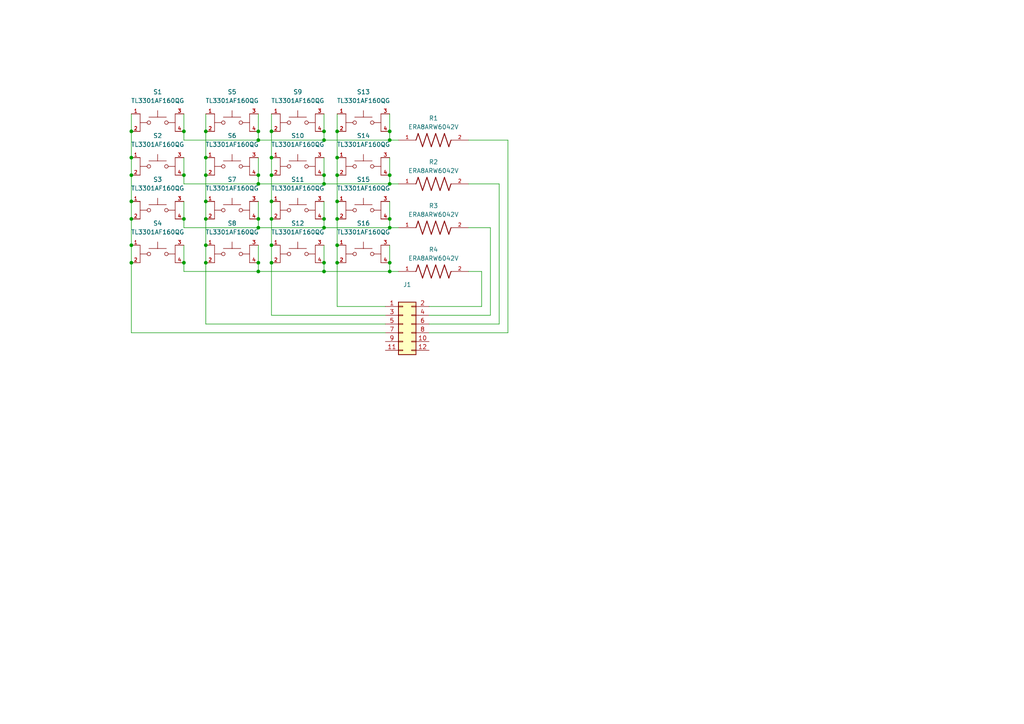
<source format=kicad_sch>
(kicad_sch
	(version 20250114)
	(generator "eeschema")
	(generator_version "9.0")
	(uuid "a6ee7379-07c9-4350-b191-ad5042847765")
	(paper "A4")
	(lib_symbols
		(symbol "Connector_Generic:Conn_02x06_Odd_Even"
			(pin_names
				(offset 1.016)
				(hide yes)
			)
			(exclude_from_sim no)
			(in_bom yes)
			(on_board yes)
			(property "Reference" "J"
				(at 1.27 7.62 0)
				(effects
					(font
						(size 1.27 1.27)
					)
				)
			)
			(property "Value" "Conn_02x06_Odd_Even"
				(at 1.27 -10.16 0)
				(effects
					(font
						(size 1.27 1.27)
					)
				)
			)
			(property "Footprint" ""
				(at 0 0 0)
				(effects
					(font
						(size 1.27 1.27)
					)
					(hide yes)
				)
			)
			(property "Datasheet" "~"
				(at 0 0 0)
				(effects
					(font
						(size 1.27 1.27)
					)
					(hide yes)
				)
			)
			(property "Description" "Generic connector, double row, 02x06, odd/even pin numbering scheme (row 1 odd numbers, row 2 even numbers), script generated (kicad-library-utils/schlib/autogen/connector/)"
				(at 0 0 0)
				(effects
					(font
						(size 1.27 1.27)
					)
					(hide yes)
				)
			)
			(property "ki_keywords" "connector"
				(at 0 0 0)
				(effects
					(font
						(size 1.27 1.27)
					)
					(hide yes)
				)
			)
			(property "ki_fp_filters" "Connector*:*_2x??_*"
				(at 0 0 0)
				(effects
					(font
						(size 1.27 1.27)
					)
					(hide yes)
				)
			)
			(symbol "Conn_02x06_Odd_Even_1_1"
				(rectangle
					(start -1.27 6.35)
					(end 3.81 -8.89)
					(stroke
						(width 0.254)
						(type default)
					)
					(fill
						(type background)
					)
				)
				(rectangle
					(start -1.27 5.207)
					(end 0 4.953)
					(stroke
						(width 0.1524)
						(type default)
					)
					(fill
						(type none)
					)
				)
				(rectangle
					(start -1.27 2.667)
					(end 0 2.413)
					(stroke
						(width 0.1524)
						(type default)
					)
					(fill
						(type none)
					)
				)
				(rectangle
					(start -1.27 0.127)
					(end 0 -0.127)
					(stroke
						(width 0.1524)
						(type default)
					)
					(fill
						(type none)
					)
				)
				(rectangle
					(start -1.27 -2.413)
					(end 0 -2.667)
					(stroke
						(width 0.1524)
						(type default)
					)
					(fill
						(type none)
					)
				)
				(rectangle
					(start -1.27 -4.953)
					(end 0 -5.207)
					(stroke
						(width 0.1524)
						(type default)
					)
					(fill
						(type none)
					)
				)
				(rectangle
					(start -1.27 -7.493)
					(end 0 -7.747)
					(stroke
						(width 0.1524)
						(type default)
					)
					(fill
						(type none)
					)
				)
				(rectangle
					(start 3.81 5.207)
					(end 2.54 4.953)
					(stroke
						(width 0.1524)
						(type default)
					)
					(fill
						(type none)
					)
				)
				(rectangle
					(start 3.81 2.667)
					(end 2.54 2.413)
					(stroke
						(width 0.1524)
						(type default)
					)
					(fill
						(type none)
					)
				)
				(rectangle
					(start 3.81 0.127)
					(end 2.54 -0.127)
					(stroke
						(width 0.1524)
						(type default)
					)
					(fill
						(type none)
					)
				)
				(rectangle
					(start 3.81 -2.413)
					(end 2.54 -2.667)
					(stroke
						(width 0.1524)
						(type default)
					)
					(fill
						(type none)
					)
				)
				(rectangle
					(start 3.81 -4.953)
					(end 2.54 -5.207)
					(stroke
						(width 0.1524)
						(type default)
					)
					(fill
						(type none)
					)
				)
				(rectangle
					(start 3.81 -7.493)
					(end 2.54 -7.747)
					(stroke
						(width 0.1524)
						(type default)
					)
					(fill
						(type none)
					)
				)
				(pin passive line
					(at -5.08 5.08 0)
					(length 3.81)
					(name "Pin_1"
						(effects
							(font
								(size 1.27 1.27)
							)
						)
					)
					(number "1"
						(effects
							(font
								(size 1.27 1.27)
							)
						)
					)
				)
				(pin passive line
					(at -5.08 2.54 0)
					(length 3.81)
					(name "Pin_3"
						(effects
							(font
								(size 1.27 1.27)
							)
						)
					)
					(number "3"
						(effects
							(font
								(size 1.27 1.27)
							)
						)
					)
				)
				(pin passive line
					(at -5.08 0 0)
					(length 3.81)
					(name "Pin_5"
						(effects
							(font
								(size 1.27 1.27)
							)
						)
					)
					(number "5"
						(effects
							(font
								(size 1.27 1.27)
							)
						)
					)
				)
				(pin passive line
					(at -5.08 -2.54 0)
					(length 3.81)
					(name "Pin_7"
						(effects
							(font
								(size 1.27 1.27)
							)
						)
					)
					(number "7"
						(effects
							(font
								(size 1.27 1.27)
							)
						)
					)
				)
				(pin passive line
					(at -5.08 -5.08 0)
					(length 3.81)
					(name "Pin_9"
						(effects
							(font
								(size 1.27 1.27)
							)
						)
					)
					(number "9"
						(effects
							(font
								(size 1.27 1.27)
							)
						)
					)
				)
				(pin passive line
					(at -5.08 -7.62 0)
					(length 3.81)
					(name "Pin_11"
						(effects
							(font
								(size 1.27 1.27)
							)
						)
					)
					(number "11"
						(effects
							(font
								(size 1.27 1.27)
							)
						)
					)
				)
				(pin passive line
					(at 7.62 5.08 180)
					(length 3.81)
					(name "Pin_2"
						(effects
							(font
								(size 1.27 1.27)
							)
						)
					)
					(number "2"
						(effects
							(font
								(size 1.27 1.27)
							)
						)
					)
				)
				(pin passive line
					(at 7.62 2.54 180)
					(length 3.81)
					(name "Pin_4"
						(effects
							(font
								(size 1.27 1.27)
							)
						)
					)
					(number "4"
						(effects
							(font
								(size 1.27 1.27)
							)
						)
					)
				)
				(pin passive line
					(at 7.62 0 180)
					(length 3.81)
					(name "Pin_6"
						(effects
							(font
								(size 1.27 1.27)
							)
						)
					)
					(number "6"
						(effects
							(font
								(size 1.27 1.27)
							)
						)
					)
				)
				(pin passive line
					(at 7.62 -2.54 180)
					(length 3.81)
					(name "Pin_8"
						(effects
							(font
								(size 1.27 1.27)
							)
						)
					)
					(number "8"
						(effects
							(font
								(size 1.27 1.27)
							)
						)
					)
				)
				(pin passive line
					(at 7.62 -5.08 180)
					(length 3.81)
					(name "Pin_10"
						(effects
							(font
								(size 1.27 1.27)
							)
						)
					)
					(number "10"
						(effects
							(font
								(size 1.27 1.27)
							)
						)
					)
				)
				(pin passive line
					(at 7.62 -7.62 180)
					(length 3.81)
					(name "Pin_12"
						(effects
							(font
								(size 1.27 1.27)
							)
						)
					)
					(number "12"
						(effects
							(font
								(size 1.27 1.27)
							)
						)
					)
				)
			)
			(embedded_fonts no)
		)
		(symbol "ERA8ARW6042V:ERA8ARW6042V"
			(pin_names
				(offset 1.016)
			)
			(exclude_from_sim no)
			(in_bom yes)
			(on_board yes)
			(property "Reference" "R"
				(at -7.624 2.541 0)
				(effects
					(font
						(size 1.27 1.27)
					)
					(justify left bottom)
				)
			)
			(property "Value" "ERA8ARW6042V"
				(at -7.624 -5.087 0)
				(effects
					(font
						(size 1.27 1.27)
					)
					(justify left top)
				)
			)
			(property "Footprint" "ERA8ARW6042V:RES_ERA8ARW6042V"
				(at 0 0 0)
				(effects
					(font
						(size 1.27 1.27)
					)
					(justify bottom)
					(hide yes)
				)
			)
			(property "Datasheet" ""
				(at 0 0 0)
				(effects
					(font
						(size 1.27 1.27)
					)
					(hide yes)
				)
			)
			(property "Description" ""
				(at 0 0 0)
				(effects
					(font
						(size 1.27 1.27)
					)
					(hide yes)
				)
			)
			(property "PARTREV" "3/1/2020"
				(at 0 0 0)
				(effects
					(font
						(size 1.27 1.27)
					)
					(justify bottom)
					(hide yes)
				)
			)
			(property "STANDARD" "Manufacturer Recommendations"
				(at 0 0 0)
				(effects
					(font
						(size 1.27 1.27)
					)
					(justify bottom)
					(hide yes)
				)
			)
			(property "MAXIMUM_PACKAGE_HEIGHT" "0.6 mm"
				(at 0 0 0)
				(effects
					(font
						(size 1.27 1.27)
					)
					(justify bottom)
					(hide yes)
				)
			)
			(property "MANUFACTURER" "Panasonic"
				(at 0 0 0)
				(effects
					(font
						(size 1.27 1.27)
					)
					(justify bottom)
					(hide yes)
				)
			)
			(symbol "ERA8ARW6042V_0_0"
				(polyline
					(pts
						(xy -5.08 0) (xy -4.445 1.905)
					)
					(stroke
						(width 0.254)
						(type default)
					)
					(fill
						(type none)
					)
				)
				(polyline
					(pts
						(xy -4.445 1.905) (xy -3.175 -1.905)
					)
					(stroke
						(width 0.254)
						(type default)
					)
					(fill
						(type none)
					)
				)
				(polyline
					(pts
						(xy -3.175 -1.905) (xy -1.905 1.905)
					)
					(stroke
						(width 0.254)
						(type default)
					)
					(fill
						(type none)
					)
				)
				(polyline
					(pts
						(xy -1.905 1.905) (xy -0.635 -1.905)
					)
					(stroke
						(width 0.254)
						(type default)
					)
					(fill
						(type none)
					)
				)
				(polyline
					(pts
						(xy -0.635 -1.905) (xy 0.635 1.905)
					)
					(stroke
						(width 0.254)
						(type default)
					)
					(fill
						(type none)
					)
				)
				(polyline
					(pts
						(xy 0.635 1.905) (xy 1.905 -1.905)
					)
					(stroke
						(width 0.254)
						(type default)
					)
					(fill
						(type none)
					)
				)
				(polyline
					(pts
						(xy 1.905 -1.905) (xy 3.175 1.905)
					)
					(stroke
						(width 0.254)
						(type default)
					)
					(fill
						(type none)
					)
				)
				(polyline
					(pts
						(xy 3.175 1.905) (xy 4.445 -1.905)
					)
					(stroke
						(width 0.254)
						(type default)
					)
					(fill
						(type none)
					)
				)
				(polyline
					(pts
						(xy 4.445 -1.905) (xy 5.08 0)
					)
					(stroke
						(width 0.254)
						(type default)
					)
					(fill
						(type none)
					)
				)
				(pin passive line
					(at -10.16 0 0)
					(length 5.08)
					(name "~"
						(effects
							(font
								(size 1.016 1.016)
							)
						)
					)
					(number "1"
						(effects
							(font
								(size 1.016 1.016)
							)
						)
					)
				)
				(pin passive line
					(at 10.16 0 180)
					(length 5.08)
					(name "~"
						(effects
							(font
								(size 1.016 1.016)
							)
						)
					)
					(number "2"
						(effects
							(font
								(size 1.016 1.016)
							)
						)
					)
				)
			)
			(embedded_fonts no)
		)
		(symbol "TL3301AF160QG:TL3301AF160QG"
			(pin_names
				(offset 1.016)
			)
			(exclude_from_sim no)
			(in_bom yes)
			(on_board yes)
			(property "Reference" "S"
				(at -5.08 5.08 0)
				(effects
					(font
						(size 1.27 1.27)
					)
					(justify left bottom)
				)
			)
			(property "Value" "TL3301AF160QG"
				(at -5.08 -5.08 0)
				(effects
					(font
						(size 1.27 1.27)
					)
					(justify left bottom)
				)
			)
			(property "Footprint" "TL3301AF160QG:SW_TL3301AF160QG"
				(at 0 0 0)
				(effects
					(font
						(size 1.27 1.27)
					)
					(justify bottom)
					(hide yes)
				)
			)
			(property "Datasheet" ""
				(at 0 0 0)
				(effects
					(font
						(size 1.27 1.27)
					)
					(hide yes)
				)
			)
			(property "Description" ""
				(at 0 0 0)
				(effects
					(font
						(size 1.27 1.27)
					)
					(hide yes)
				)
			)
			(property "PARTREV" "E"
				(at 0 0 0)
				(effects
					(font
						(size 1.27 1.27)
					)
					(justify bottom)
					(hide yes)
				)
			)
			(property "SNAPEDA_PN" "TL3301AF160QG"
				(at 0 0 0)
				(effects
					(font
						(size 1.27 1.27)
					)
					(justify bottom)
					(hide yes)
				)
			)
			(property "STANDARD" "Manufacturer Recommendations"
				(at 0 0 0)
				(effects
					(font
						(size 1.27 1.27)
					)
					(justify bottom)
					(hide yes)
				)
			)
			(property "MAXIMUM_PACKAGE_HEIGHT" "5 mm"
				(at 0 0 0)
				(effects
					(font
						(size 1.27 1.27)
					)
					(justify bottom)
					(hide yes)
				)
			)
			(property "MANUFACTURER" "E-Switch"
				(at 0 0 0)
				(effects
					(font
						(size 1.27 1.27)
					)
					(justify bottom)
					(hide yes)
				)
			)
			(symbol "TL3301AF160QG_0_0"
				(polyline
					(pts
						(xy -5.08 2.54) (xy -5.08 -2.54)
					)
					(stroke
						(width 0.1524)
						(type default)
					)
					(fill
						(type none)
					)
				)
				(polyline
					(pts
						(xy -5.08 0) (xy -3.048 0)
					)
					(stroke
						(width 0.1524)
						(type default)
					)
					(fill
						(type none)
					)
				)
				(polyline
					(pts
						(xy -2.54 1.5875) (xy 0 1.5875)
					)
					(stroke
						(width 0.1524)
						(type default)
					)
					(fill
						(type none)
					)
				)
				(circle
					(center -2.54 0)
					(radius 0.508)
					(stroke
						(width 0.1524)
						(type default)
					)
					(fill
						(type none)
					)
				)
				(polyline
					(pts
						(xy 0 1.5875) (xy 0 3.4925)
					)
					(stroke
						(width 0.1524)
						(type default)
					)
					(fill
						(type none)
					)
				)
				(polyline
					(pts
						(xy 0 1.5875) (xy 2.54 1.5875)
					)
					(stroke
						(width 0.1524)
						(type default)
					)
					(fill
						(type none)
					)
				)
				(circle
					(center 2.54 0)
					(radius 0.508)
					(stroke
						(width 0.1524)
						(type default)
					)
					(fill
						(type none)
					)
				)
				(polyline
					(pts
						(xy 5.08 2.54) (xy 5.08 -2.54)
					)
					(stroke
						(width 0.1524)
						(type default)
					)
					(fill
						(type none)
					)
				)
				(polyline
					(pts
						(xy 5.08 0) (xy 3.048 0)
					)
					(stroke
						(width 0.1524)
						(type default)
					)
					(fill
						(type none)
					)
				)
				(pin passive line
					(at -7.62 2.54 0)
					(length 2.54)
					(name "~"
						(effects
							(font
								(size 1.016 1.016)
							)
						)
					)
					(number "1"
						(effects
							(font
								(size 1.016 1.016)
							)
						)
					)
				)
				(pin passive line
					(at -7.62 -2.54 0)
					(length 2.54)
					(name "~"
						(effects
							(font
								(size 1.016 1.016)
							)
						)
					)
					(number "2"
						(effects
							(font
								(size 1.016 1.016)
							)
						)
					)
				)
				(pin passive line
					(at 7.62 2.54 180)
					(length 2.54)
					(name "~"
						(effects
							(font
								(size 1.016 1.016)
							)
						)
					)
					(number "3"
						(effects
							(font
								(size 1.016 1.016)
							)
						)
					)
				)
				(pin passive line
					(at 7.62 -2.54 180)
					(length 2.54)
					(name "~"
						(effects
							(font
								(size 1.016 1.016)
							)
						)
					)
					(number "4"
						(effects
							(font
								(size 1.016 1.016)
							)
						)
					)
				)
			)
			(embedded_fonts no)
		)
	)
	(junction
		(at 78.74 71.12)
		(diameter 0)
		(color 0 0 0 0)
		(uuid "03c5759b-48a7-4be5-a9ff-0d79b33f164f")
	)
	(junction
		(at 93.98 50.8)
		(diameter 0)
		(color 0 0 0 0)
		(uuid "04e66b3b-5c69-4a07-9716-06ea2edb89e9")
	)
	(junction
		(at 38.1 58.42)
		(diameter 0)
		(color 0 0 0 0)
		(uuid "07168203-a951-427f-bab6-2a8e2248f174")
	)
	(junction
		(at 53.34 76.2)
		(diameter 0)
		(color 0 0 0 0)
		(uuid "0947defc-9a10-49ad-ad2c-89c68abdf145")
	)
	(junction
		(at 97.79 45.72)
		(diameter 0)
		(color 0 0 0 0)
		(uuid "0cf393f4-e140-4951-b0fc-3fb5c464d07d")
	)
	(junction
		(at 38.1 71.12)
		(diameter 0)
		(color 0 0 0 0)
		(uuid "1168858d-aaa2-4936-a66c-4ea997a5b079")
	)
	(junction
		(at 59.69 45.72)
		(diameter 0)
		(color 0 0 0 0)
		(uuid "11d04a01-4dad-4ad5-86c1-5db7a9eb945d")
	)
	(junction
		(at 59.69 71.12)
		(diameter 0)
		(color 0 0 0 0)
		(uuid "1599ba39-8e37-4252-9658-6e2573cea01f")
	)
	(junction
		(at 59.69 50.8)
		(diameter 0)
		(color 0 0 0 0)
		(uuid "160ab229-6753-4665-9a3c-f71280c4203a")
	)
	(junction
		(at 93.98 38.1)
		(diameter 0)
		(color 0 0 0 0)
		(uuid "22a916a6-7fb8-4699-a69e-76447d29ba5d")
	)
	(junction
		(at 113.03 53.34)
		(diameter 0)
		(color 0 0 0 0)
		(uuid "24d0c6ba-813c-484f-bd89-fc53697c6169")
	)
	(junction
		(at 38.1 50.8)
		(diameter 0)
		(color 0 0 0 0)
		(uuid "2c04b9b2-5c37-4e62-8ec3-60e19a2a242b")
	)
	(junction
		(at 38.1 63.5)
		(diameter 0)
		(color 0 0 0 0)
		(uuid "2e8b24f5-cc8f-488d-b34a-b48704af5484")
	)
	(junction
		(at 38.1 76.2)
		(diameter 0)
		(color 0 0 0 0)
		(uuid "312bc269-2af8-452d-9e72-0230f66038a0")
	)
	(junction
		(at 74.93 76.2)
		(diameter 0)
		(color 0 0 0 0)
		(uuid "340012a1-99ba-435c-9936-5cbb428b7d3e")
	)
	(junction
		(at 78.74 50.8)
		(diameter 0)
		(color 0 0 0 0)
		(uuid "340e0b7b-0158-451f-b1f3-175c1b7e1c3b")
	)
	(junction
		(at 38.1 38.1)
		(diameter 0)
		(color 0 0 0 0)
		(uuid "373b8f84-d694-4c01-b026-e011712b2a23")
	)
	(junction
		(at 53.34 63.5)
		(diameter 0)
		(color 0 0 0 0)
		(uuid "40f3def3-ab19-4227-a483-c482e523024c")
	)
	(junction
		(at 53.34 50.8)
		(diameter 0)
		(color 0 0 0 0)
		(uuid "42225cf8-f584-4dc3-9bbd-c65ec97cb205")
	)
	(junction
		(at 97.79 58.42)
		(diameter 0)
		(color 0 0 0 0)
		(uuid "515c4821-7a62-4645-a6df-f47d9f9e8862")
	)
	(junction
		(at 93.98 53.34)
		(diameter 0)
		(color 0 0 0 0)
		(uuid "5adf9043-6a10-4754-9131-bf790b619bb1")
	)
	(junction
		(at 93.98 76.2)
		(diameter 0)
		(color 0 0 0 0)
		(uuid "5b23a05d-2574-4df8-abbe-6a878e1125f4")
	)
	(junction
		(at 113.03 78.74)
		(diameter 0)
		(color 0 0 0 0)
		(uuid "630d0fad-ba1c-4f7c-9646-62d1ca39e932")
	)
	(junction
		(at 38.1 45.72)
		(diameter 0)
		(color 0 0 0 0)
		(uuid "6c0ca7b2-108f-4523-beba-e9c2855c0bd3")
	)
	(junction
		(at 113.03 76.2)
		(diameter 0)
		(color 0 0 0 0)
		(uuid "70ab5615-33c9-4fee-88c6-423007466741")
	)
	(junction
		(at 113.03 40.64)
		(diameter 0)
		(color 0 0 0 0)
		(uuid "7278e559-fbe7-4ae2-8a82-56c601678c38")
	)
	(junction
		(at 74.93 63.5)
		(diameter 0)
		(color 0 0 0 0)
		(uuid "79953505-0d3b-4fad-b1d4-66ee0c0c1b70")
	)
	(junction
		(at 74.93 53.34)
		(diameter 0)
		(color 0 0 0 0)
		(uuid "7b8d3725-66ba-43e2-ae58-15217290e296")
	)
	(junction
		(at 78.74 58.42)
		(diameter 0)
		(color 0 0 0 0)
		(uuid "8adb24e7-106b-4361-a016-575cb0685aed")
	)
	(junction
		(at 78.74 63.5)
		(diameter 0)
		(color 0 0 0 0)
		(uuid "8bf19908-ef39-4792-beb6-ce294f0e34f3")
	)
	(junction
		(at 74.93 66.04)
		(diameter 0)
		(color 0 0 0 0)
		(uuid "90b8604c-460f-4753-bdd5-458c9a354048")
	)
	(junction
		(at 97.79 38.1)
		(diameter 0)
		(color 0 0 0 0)
		(uuid "946e5118-7455-4e5c-bc87-aa0a1ca563d2")
	)
	(junction
		(at 93.98 66.04)
		(diameter 0)
		(color 0 0 0 0)
		(uuid "94c6158a-054c-415e-b284-cfc0ade556a0")
	)
	(junction
		(at 97.79 63.5)
		(diameter 0)
		(color 0 0 0 0)
		(uuid "9f8ed063-265f-4e42-a623-cfa94c3cf036")
	)
	(junction
		(at 59.69 76.2)
		(diameter 0)
		(color 0 0 0 0)
		(uuid "a1406a71-0acb-460e-8531-faafebfd659d")
	)
	(junction
		(at 78.74 38.1)
		(diameter 0)
		(color 0 0 0 0)
		(uuid "a2dbbb5a-a70d-483c-ab6e-a15ca946c113")
	)
	(junction
		(at 59.69 63.5)
		(diameter 0)
		(color 0 0 0 0)
		(uuid "a6db872f-8a33-47ba-be68-f79f55bb6513")
	)
	(junction
		(at 74.93 40.64)
		(diameter 0)
		(color 0 0 0 0)
		(uuid "a87ccd09-616a-49cb-8577-f72930e3af53")
	)
	(junction
		(at 97.79 50.8)
		(diameter 0)
		(color 0 0 0 0)
		(uuid "accb712d-f075-4989-848d-9dd68d7687e4")
	)
	(junction
		(at 93.98 63.5)
		(diameter 0)
		(color 0 0 0 0)
		(uuid "b03c712d-505d-42cd-9494-939f26872010")
	)
	(junction
		(at 113.03 66.04)
		(diameter 0)
		(color 0 0 0 0)
		(uuid "b0ce17ea-80ce-48e9-b307-7286ab88dec2")
	)
	(junction
		(at 113.03 63.5)
		(diameter 0)
		(color 0 0 0 0)
		(uuid "b98bb5b8-19ee-49ca-a646-79f87e5dc607")
	)
	(junction
		(at 78.74 76.2)
		(diameter 0)
		(color 0 0 0 0)
		(uuid "ba7788ee-56c6-4549-aeed-2519b1a200cb")
	)
	(junction
		(at 113.03 38.1)
		(diameter 0)
		(color 0 0 0 0)
		(uuid "c07e201e-32e0-41a5-9c71-72d16c7b6374")
	)
	(junction
		(at 97.79 71.12)
		(diameter 0)
		(color 0 0 0 0)
		(uuid "ccf4cf37-dd3d-4827-ab1a-70b1cb4eafc6")
	)
	(junction
		(at 74.93 50.8)
		(diameter 0)
		(color 0 0 0 0)
		(uuid "cdbc5762-bd20-4c42-a5a8-dc7e44d81117")
	)
	(junction
		(at 97.79 76.2)
		(diameter 0)
		(color 0 0 0 0)
		(uuid "cf952f73-f665-4641-a9e9-16d131de0afc")
	)
	(junction
		(at 93.98 40.64)
		(diameter 0)
		(color 0 0 0 0)
		(uuid "d589c5a7-e1b8-4dc0-9311-8e84c7ed608e")
	)
	(junction
		(at 59.69 58.42)
		(diameter 0)
		(color 0 0 0 0)
		(uuid "d603a382-44b5-4bcf-9b1a-1c954a23ca14")
	)
	(junction
		(at 53.34 38.1)
		(diameter 0)
		(color 0 0 0 0)
		(uuid "d63003d2-1f2f-4f42-ad1b-da1ae944b918")
	)
	(junction
		(at 78.74 45.72)
		(diameter 0)
		(color 0 0 0 0)
		(uuid "e22e3e70-bed4-414a-829e-11bd0e3a61c9")
	)
	(junction
		(at 113.03 50.8)
		(diameter 0)
		(color 0 0 0 0)
		(uuid "e6137513-8c18-4288-b083-0a5a7b4769c2")
	)
	(junction
		(at 93.98 78.74)
		(diameter 0)
		(color 0 0 0 0)
		(uuid "e6d4ebb5-a518-4d1a-a3f4-6df0b20d02d5")
	)
	(junction
		(at 74.93 38.1)
		(diameter 0)
		(color 0 0 0 0)
		(uuid "f2fff683-2f08-40e7-ad6f-1d940f85cf9d")
	)
	(junction
		(at 59.69 38.1)
		(diameter 0)
		(color 0 0 0 0)
		(uuid "f30be40e-dcdf-4ab5-81db-3c5c4fe6ce22")
	)
	(junction
		(at 74.93 78.74)
		(diameter 0)
		(color 0 0 0 0)
		(uuid "fba7b04d-5742-4c99-8345-bb8f30446dd0")
	)
	(wire
		(pts
			(xy 38.1 50.8) (xy 38.1 58.42)
		)
		(stroke
			(width 0)
			(type default)
		)
		(uuid "063f2de9-fa7d-478d-9b8d-089193b6ed50")
	)
	(wire
		(pts
			(xy 97.79 58.42) (xy 97.79 63.5)
		)
		(stroke
			(width 0)
			(type default)
		)
		(uuid "080b8f23-c60f-4f72-86b6-5e52cf33d957")
	)
	(wire
		(pts
			(xy 53.34 50.8) (xy 53.34 53.34)
		)
		(stroke
			(width 0)
			(type default)
		)
		(uuid "0a5c3978-fa2f-4f4f-844d-569351dad5cc")
	)
	(wire
		(pts
			(xy 97.79 76.2) (xy 97.79 88.9)
		)
		(stroke
			(width 0)
			(type default)
		)
		(uuid "0c12f2fb-dbd4-4bb4-90f6-945894a6701a")
	)
	(wire
		(pts
			(xy 59.69 33.02) (xy 59.69 38.1)
		)
		(stroke
			(width 0)
			(type default)
		)
		(uuid "0f19ef55-6d9d-4ffb-b3d5-b72367be9074")
	)
	(wire
		(pts
			(xy 124.46 88.9) (xy 139.7 88.9)
		)
		(stroke
			(width 0)
			(type default)
		)
		(uuid "108b9c4c-d2ed-4122-b2f9-fbe9bd77f8f2")
	)
	(wire
		(pts
			(xy 53.34 38.1) (xy 53.34 40.64)
		)
		(stroke
			(width 0)
			(type default)
		)
		(uuid "1293e2d3-48e0-4cf4-b5d8-7408e1c8bed1")
	)
	(wire
		(pts
			(xy 139.7 78.74) (xy 139.7 88.9)
		)
		(stroke
			(width 0)
			(type default)
		)
		(uuid "1531e38c-a003-4332-b835-961064d4ff0d")
	)
	(wire
		(pts
			(xy 74.93 45.72) (xy 74.93 50.8)
		)
		(stroke
			(width 0)
			(type default)
		)
		(uuid "15e029e6-e9dc-441d-8f60-c9c4ecb1fc92")
	)
	(wire
		(pts
			(xy 53.34 66.04) (xy 74.93 66.04)
		)
		(stroke
			(width 0)
			(type default)
		)
		(uuid "17124410-81fe-413d-8eee-80a72fb8779d")
	)
	(wire
		(pts
			(xy 53.34 40.64) (xy 74.93 40.64)
		)
		(stroke
			(width 0)
			(type default)
		)
		(uuid "187079df-192e-422d-840f-c9ad9aac8b36")
	)
	(wire
		(pts
			(xy 135.89 78.74) (xy 139.7 78.74)
		)
		(stroke
			(width 0)
			(type default)
		)
		(uuid "1dc88435-c34a-49e4-8a65-784589ef6f0a")
	)
	(wire
		(pts
			(xy 113.03 78.74) (xy 115.57 78.74)
		)
		(stroke
			(width 0)
			(type default)
		)
		(uuid "20f4e736-67ec-4001-bdff-6409d1936435")
	)
	(wire
		(pts
			(xy 113.03 53.34) (xy 115.57 53.34)
		)
		(stroke
			(width 0)
			(type default)
		)
		(uuid "2116d498-6de6-4b0f-b39f-a9449e51ae8c")
	)
	(wire
		(pts
			(xy 74.93 76.2) (xy 74.93 78.74)
		)
		(stroke
			(width 0)
			(type default)
		)
		(uuid "2297683d-67dd-4794-b47b-1804ba872067")
	)
	(wire
		(pts
			(xy 74.93 71.12) (xy 74.93 76.2)
		)
		(stroke
			(width 0)
			(type default)
		)
		(uuid "24a63bbf-539d-4499-af15-886f5b4f2a87")
	)
	(wire
		(pts
			(xy 93.98 50.8) (xy 93.98 53.34)
		)
		(stroke
			(width 0)
			(type default)
		)
		(uuid "2a318073-ea1a-496e-9ff4-86e2974619bd")
	)
	(wire
		(pts
			(xy 97.79 50.8) (xy 97.79 58.42)
		)
		(stroke
			(width 0)
			(type default)
		)
		(uuid "301ad14c-a8c8-4620-8217-d75f7e996c75")
	)
	(wire
		(pts
			(xy 74.93 50.8) (xy 74.93 53.34)
		)
		(stroke
			(width 0)
			(type default)
		)
		(uuid "36330ed4-3374-4103-a760-10e601efea6b")
	)
	(wire
		(pts
			(xy 74.93 78.74) (xy 93.98 78.74)
		)
		(stroke
			(width 0)
			(type default)
		)
		(uuid "3899f899-f040-41b2-b6a4-8e730dbe995f")
	)
	(wire
		(pts
			(xy 93.98 76.2) (xy 93.98 78.74)
		)
		(stroke
			(width 0)
			(type default)
		)
		(uuid "38bb8774-95b4-4f83-9152-dac3c6b90e15")
	)
	(wire
		(pts
			(xy 113.03 71.12) (xy 113.03 76.2)
		)
		(stroke
			(width 0)
			(type default)
		)
		(uuid "3e469d28-a154-4947-aa63-70f1b523a995")
	)
	(wire
		(pts
			(xy 74.93 33.02) (xy 74.93 38.1)
		)
		(stroke
			(width 0)
			(type default)
		)
		(uuid "3f3e5064-9e15-45bd-aa77-55a3d516b4b4")
	)
	(wire
		(pts
			(xy 59.69 71.12) (xy 59.69 76.2)
		)
		(stroke
			(width 0)
			(type default)
		)
		(uuid "423ccd46-126a-4547-95b7-550729bf83c6")
	)
	(wire
		(pts
			(xy 113.03 63.5) (xy 113.03 66.04)
		)
		(stroke
			(width 0)
			(type default)
		)
		(uuid "49351690-4d90-42ef-b9cd-743dc1a5d874")
	)
	(wire
		(pts
			(xy 59.69 50.8) (xy 59.69 58.42)
		)
		(stroke
			(width 0)
			(type default)
		)
		(uuid "4b52660b-221a-4be3-82b3-1bc38e0181ba")
	)
	(wire
		(pts
			(xy 97.79 63.5) (xy 97.79 71.12)
		)
		(stroke
			(width 0)
			(type default)
		)
		(uuid "5590b896-8de6-4ca5-bc0c-4841e2996f73")
	)
	(wire
		(pts
			(xy 97.79 45.72) (xy 97.79 50.8)
		)
		(stroke
			(width 0)
			(type default)
		)
		(uuid "56088418-c60f-4401-b1df-e6b98dbc80eb")
	)
	(wire
		(pts
			(xy 78.74 63.5) (xy 78.74 71.12)
		)
		(stroke
			(width 0)
			(type default)
		)
		(uuid "5b1f12c7-720b-456e-8648-ce222ea0b615")
	)
	(wire
		(pts
			(xy 113.03 45.72) (xy 113.03 50.8)
		)
		(stroke
			(width 0)
			(type default)
		)
		(uuid "5e379bf2-4cf4-4703-9fda-cca02dabd36a")
	)
	(wire
		(pts
			(xy 113.03 33.02) (xy 113.03 38.1)
		)
		(stroke
			(width 0)
			(type default)
		)
		(uuid "60ec630f-82d3-40e9-a3cb-601211ac0800")
	)
	(wire
		(pts
			(xy 124.46 93.98) (xy 144.78 93.98)
		)
		(stroke
			(width 0)
			(type default)
		)
		(uuid "63909480-c792-4eb7-8d08-69a2b6c565f3")
	)
	(wire
		(pts
			(xy 113.03 50.8) (xy 113.03 53.34)
		)
		(stroke
			(width 0)
			(type default)
		)
		(uuid "68fb16c7-f317-4b81-b22e-860098c8cd67")
	)
	(wire
		(pts
			(xy 53.34 71.12) (xy 53.34 76.2)
		)
		(stroke
			(width 0)
			(type default)
		)
		(uuid "6cc895bb-e6db-4b50-966d-bfea9edc5376")
	)
	(wire
		(pts
			(xy 38.1 63.5) (xy 38.1 71.12)
		)
		(stroke
			(width 0)
			(type default)
		)
		(uuid "6e098707-157e-4dde-b332-d8d2335f78d5")
	)
	(wire
		(pts
			(xy 93.98 40.64) (xy 113.03 40.64)
		)
		(stroke
			(width 0)
			(type default)
		)
		(uuid "6ebf3b45-a029-4d86-a919-c973664b51a2")
	)
	(wire
		(pts
			(xy 38.1 38.1) (xy 38.1 45.72)
		)
		(stroke
			(width 0)
			(type default)
		)
		(uuid "6ed32cbb-14ab-4e9b-b4a9-e9e77a30f790")
	)
	(wire
		(pts
			(xy 59.69 63.5) (xy 59.69 71.12)
		)
		(stroke
			(width 0)
			(type default)
		)
		(uuid "71683ec7-557b-4a90-820f-c3ef58010931")
	)
	(wire
		(pts
			(xy 53.34 58.42) (xy 53.34 63.5)
		)
		(stroke
			(width 0)
			(type default)
		)
		(uuid "72c7112f-ece1-48a9-86d4-30d3466d2ca5")
	)
	(wire
		(pts
			(xy 93.98 53.34) (xy 113.03 53.34)
		)
		(stroke
			(width 0)
			(type default)
		)
		(uuid "758f365f-8fb2-4720-b846-5b49ae50255b")
	)
	(wire
		(pts
			(xy 142.24 66.04) (xy 142.24 91.44)
		)
		(stroke
			(width 0)
			(type default)
		)
		(uuid "77fec4b2-9d6e-40e6-9324-f7a8009a2d7a")
	)
	(wire
		(pts
			(xy 97.79 33.02) (xy 97.79 38.1)
		)
		(stroke
			(width 0)
			(type default)
		)
		(uuid "7af9c3a8-0da4-4a1b-a5c0-dc588f3891e7")
	)
	(wire
		(pts
			(xy 93.98 38.1) (xy 93.98 40.64)
		)
		(stroke
			(width 0)
			(type default)
		)
		(uuid "7cf735a3-35f3-412a-86c5-5b79e85b3fd7")
	)
	(wire
		(pts
			(xy 113.03 66.04) (xy 115.57 66.04)
		)
		(stroke
			(width 0)
			(type default)
		)
		(uuid "80e1f6ee-4374-4cf9-a64d-a42b804ecdbb")
	)
	(wire
		(pts
			(xy 113.03 38.1) (xy 113.03 40.64)
		)
		(stroke
			(width 0)
			(type default)
		)
		(uuid "860bd5fa-9457-42a4-a5be-75959a2d907a")
	)
	(wire
		(pts
			(xy 93.98 66.04) (xy 113.03 66.04)
		)
		(stroke
			(width 0)
			(type default)
		)
		(uuid "88e03508-06a2-4462-b183-4b33ea912e2e")
	)
	(wire
		(pts
			(xy 124.46 91.44) (xy 142.24 91.44)
		)
		(stroke
			(width 0)
			(type default)
		)
		(uuid "89b8f0c8-54df-4e71-ae3d-6ea64ea64187")
	)
	(wire
		(pts
			(xy 74.93 58.42) (xy 74.93 63.5)
		)
		(stroke
			(width 0)
			(type default)
		)
		(uuid "8e04234f-32ff-484d-b95d-5432d643bb83")
	)
	(wire
		(pts
			(xy 78.74 91.44) (xy 111.76 91.44)
		)
		(stroke
			(width 0)
			(type default)
		)
		(uuid "8ee88011-0566-494d-8e78-4d12a1774030")
	)
	(wire
		(pts
			(xy 74.93 40.64) (xy 93.98 40.64)
		)
		(stroke
			(width 0)
			(type default)
		)
		(uuid "91bcb7f9-bfab-4714-b2a2-5b7673f2d83a")
	)
	(wire
		(pts
			(xy 53.34 33.02) (xy 53.34 38.1)
		)
		(stroke
			(width 0)
			(type default)
		)
		(uuid "93dbede2-5b21-481d-b969-3ec11d8ca271")
	)
	(wire
		(pts
			(xy 78.74 76.2) (xy 78.74 91.44)
		)
		(stroke
			(width 0)
			(type default)
		)
		(uuid "943ed484-8606-463b-a05a-39c4ce207e04")
	)
	(wire
		(pts
			(xy 38.1 71.12) (xy 38.1 76.2)
		)
		(stroke
			(width 0)
			(type default)
		)
		(uuid "94968bae-7eb3-4bdb-b029-ab476bb61c61")
	)
	(wire
		(pts
			(xy 78.74 58.42) (xy 78.74 63.5)
		)
		(stroke
			(width 0)
			(type default)
		)
		(uuid "969cc5c5-ca45-4e4b-9af9-5b51d21ea97a")
	)
	(wire
		(pts
			(xy 97.79 38.1) (xy 97.79 45.72)
		)
		(stroke
			(width 0)
			(type default)
		)
		(uuid "999f692d-52d6-48a1-a59f-bc63d0f8e15d")
	)
	(wire
		(pts
			(xy 93.98 71.12) (xy 93.98 76.2)
		)
		(stroke
			(width 0)
			(type default)
		)
		(uuid "9c3cb282-5ffc-4fd9-bf08-01e77e0c3d54")
	)
	(wire
		(pts
			(xy 74.93 63.5) (xy 74.93 66.04)
		)
		(stroke
			(width 0)
			(type default)
		)
		(uuid "9e70824f-be53-4dbe-9b3d-0b54d2467f2a")
	)
	(wire
		(pts
			(xy 93.98 58.42) (xy 93.98 63.5)
		)
		(stroke
			(width 0)
			(type default)
		)
		(uuid "a13d5f9d-dad8-4de1-a273-aece972b06b8")
	)
	(wire
		(pts
			(xy 53.34 63.5) (xy 53.34 66.04)
		)
		(stroke
			(width 0)
			(type default)
		)
		(uuid "a29eb19b-eaf3-421d-9b67-6e7318a79d4c")
	)
	(wire
		(pts
			(xy 74.93 38.1) (xy 74.93 40.64)
		)
		(stroke
			(width 0)
			(type default)
		)
		(uuid "a53081e1-0aeb-402f-a6a0-be6349738ac1")
	)
	(wire
		(pts
			(xy 93.98 33.02) (xy 93.98 38.1)
		)
		(stroke
			(width 0)
			(type default)
		)
		(uuid "a5e949de-3501-42d9-8ef2-f51ae903340c")
	)
	(wire
		(pts
			(xy 53.34 53.34) (xy 74.93 53.34)
		)
		(stroke
			(width 0)
			(type default)
		)
		(uuid "a6f3ebe2-6bad-4a0c-87a5-b232c430cfc6")
	)
	(wire
		(pts
			(xy 59.69 45.72) (xy 59.69 50.8)
		)
		(stroke
			(width 0)
			(type default)
		)
		(uuid "a720240b-d326-4f47-9132-a9f2282e0f83")
	)
	(wire
		(pts
			(xy 78.74 38.1) (xy 78.74 45.72)
		)
		(stroke
			(width 0)
			(type default)
		)
		(uuid "a79534e4-3f5e-4186-ad8a-e44eceab6aa3")
	)
	(wire
		(pts
			(xy 59.69 38.1) (xy 59.69 45.72)
		)
		(stroke
			(width 0)
			(type default)
		)
		(uuid "ab9b40e4-9086-4901-b481-3e679942d4b4")
	)
	(wire
		(pts
			(xy 59.69 76.2) (xy 59.69 93.98)
		)
		(stroke
			(width 0)
			(type default)
		)
		(uuid "ae27b421-eaa7-4f98-8921-cff261e3b1aa")
	)
	(wire
		(pts
			(xy 38.1 58.42) (xy 38.1 63.5)
		)
		(stroke
			(width 0)
			(type default)
		)
		(uuid "b3bb3c63-afb1-4945-9245-fa6ae067ad86")
	)
	(wire
		(pts
			(xy 38.1 45.72) (xy 38.1 50.8)
		)
		(stroke
			(width 0)
			(type default)
		)
		(uuid "b4ad8b56-abaf-4da2-8034-97a31d1bda2e")
	)
	(wire
		(pts
			(xy 78.74 71.12) (xy 78.74 76.2)
		)
		(stroke
			(width 0)
			(type default)
		)
		(uuid "b53db8e6-3811-40f6-8b3f-35b18ba58453")
	)
	(wire
		(pts
			(xy 113.03 40.64) (xy 115.57 40.64)
		)
		(stroke
			(width 0)
			(type default)
		)
		(uuid "b77eee5a-4304-49cf-8af0-9a454a262d7d")
	)
	(wire
		(pts
			(xy 74.93 66.04) (xy 93.98 66.04)
		)
		(stroke
			(width 0)
			(type default)
		)
		(uuid "ba759cbe-a4f2-494c-874f-19f779fe1d99")
	)
	(wire
		(pts
			(xy 59.69 93.98) (xy 111.76 93.98)
		)
		(stroke
			(width 0)
			(type default)
		)
		(uuid "c1f56d1b-78b0-4809-bd68-f870da71d840")
	)
	(wire
		(pts
			(xy 111.76 96.52) (xy 38.1 96.52)
		)
		(stroke
			(width 0)
			(type default)
		)
		(uuid "c301ebb2-61c2-4187-b962-e7500bc7328c")
	)
	(wire
		(pts
			(xy 113.03 58.42) (xy 113.03 63.5)
		)
		(stroke
			(width 0)
			(type default)
		)
		(uuid "c3c08c8f-49a5-4769-971d-5ee2a4c3ad53")
	)
	(wire
		(pts
			(xy 53.34 76.2) (xy 53.34 78.74)
		)
		(stroke
			(width 0)
			(type default)
		)
		(uuid "c4898923-2a62-41a4-adf9-62b4ef870fcf")
	)
	(wire
		(pts
			(xy 135.89 40.64) (xy 147.32 40.64)
		)
		(stroke
			(width 0)
			(type default)
		)
		(uuid "c63c465a-45c7-4692-aa79-8c9105d32da5")
	)
	(wire
		(pts
			(xy 93.98 45.72) (xy 93.98 50.8)
		)
		(stroke
			(width 0)
			(type default)
		)
		(uuid "d6a1afd7-6c62-42f0-95c2-80ec7e5140a4")
	)
	(wire
		(pts
			(xy 124.46 96.52) (xy 147.32 96.52)
		)
		(stroke
			(width 0)
			(type default)
		)
		(uuid "dc675a5f-0c6f-465c-aba6-cda073c3f1bf")
	)
	(wire
		(pts
			(xy 53.34 78.74) (xy 74.93 78.74)
		)
		(stroke
			(width 0)
			(type default)
		)
		(uuid "dce1911a-b864-4b50-b4ed-d4e611718bed")
	)
	(wire
		(pts
			(xy 93.98 78.74) (xy 113.03 78.74)
		)
		(stroke
			(width 0)
			(type default)
		)
		(uuid "df33bf1e-41f9-4e1b-9e7c-a7725fb8dcf2")
	)
	(wire
		(pts
			(xy 78.74 50.8) (xy 78.74 58.42)
		)
		(stroke
			(width 0)
			(type default)
		)
		(uuid "e1be85e2-333f-4262-99ea-d90313635df2")
	)
	(wire
		(pts
			(xy 78.74 33.02) (xy 78.74 38.1)
		)
		(stroke
			(width 0)
			(type default)
		)
		(uuid "e1f3302d-ac2c-4e4e-b0d7-a412ba3f8daf")
	)
	(wire
		(pts
			(xy 38.1 76.2) (xy 38.1 96.52)
		)
		(stroke
			(width 0)
			(type default)
		)
		(uuid "e4023f6e-928d-40b7-af95-18d24ef3017b")
	)
	(wire
		(pts
			(xy 135.89 66.04) (xy 142.24 66.04)
		)
		(stroke
			(width 0)
			(type default)
		)
		(uuid "e4397a69-527e-41db-be4f-f0a46a5b0f3c")
	)
	(wire
		(pts
			(xy 97.79 88.9) (xy 111.76 88.9)
		)
		(stroke
			(width 0)
			(type default)
		)
		(uuid "e45952ba-f957-4669-ac4c-dc605be7e616")
	)
	(wire
		(pts
			(xy 78.74 45.72) (xy 78.74 50.8)
		)
		(stroke
			(width 0)
			(type default)
		)
		(uuid "e459c19e-081c-4e5b-894e-57a69b542eb0")
	)
	(wire
		(pts
			(xy 97.79 71.12) (xy 97.79 76.2)
		)
		(stroke
			(width 0)
			(type default)
		)
		(uuid "e61f354d-3704-408c-827d-a4c9797f63db")
	)
	(wire
		(pts
			(xy 93.98 63.5) (xy 93.98 66.04)
		)
		(stroke
			(width 0)
			(type default)
		)
		(uuid "e65e69b8-8d9c-4949-a1e8-11e72faf8ae4")
	)
	(wire
		(pts
			(xy 59.69 58.42) (xy 59.69 63.5)
		)
		(stroke
			(width 0)
			(type default)
		)
		(uuid "ed390334-7626-4833-bdc7-5159bb9d1217")
	)
	(wire
		(pts
			(xy 53.34 45.72) (xy 53.34 50.8)
		)
		(stroke
			(width 0)
			(type default)
		)
		(uuid "ee1b1228-8548-4288-b8c0-d1fa677ee8a2")
	)
	(wire
		(pts
			(xy 144.78 53.34) (xy 144.78 93.98)
		)
		(stroke
			(width 0)
			(type default)
		)
		(uuid "ee249560-9e90-4d4b-b6f8-97b1964760f2")
	)
	(wire
		(pts
			(xy 113.03 76.2) (xy 113.03 78.74)
		)
		(stroke
			(width 0)
			(type default)
		)
		(uuid "ee28a334-040a-4685-bed6-2f9b37c4fc9e")
	)
	(wire
		(pts
			(xy 135.89 53.34) (xy 144.78 53.34)
		)
		(stroke
			(width 0)
			(type default)
		)
		(uuid "f173990e-52b3-4272-bde4-cde5a38eb6d7")
	)
	(wire
		(pts
			(xy 38.1 33.02) (xy 38.1 38.1)
		)
		(stroke
			(width 0)
			(type default)
		)
		(uuid "f2f08e0d-5baa-44ef-a00a-a608575641c4")
	)
	(wire
		(pts
			(xy 147.32 40.64) (xy 147.32 96.52)
		)
		(stroke
			(width 0)
			(type default)
		)
		(uuid "f37678a5-ee24-4527-be45-53341d3d19f3")
	)
	(wire
		(pts
			(xy 74.93 53.34) (xy 93.98 53.34)
		)
		(stroke
			(width 0)
			(type default)
		)
		(uuid "f69e51b8-73ae-400e-9721-705e9689424e")
	)
	(symbol
		(lib_id "TL3301AF160QG:TL3301AF160QG")
		(at 86.36 73.66 0)
		(unit 1)
		(exclude_from_sim no)
		(in_bom yes)
		(on_board yes)
		(dnp no)
		(fields_autoplaced yes)
		(uuid "06b7d35d-023a-4c30-b8e4-bfeb4d614d8c")
		(property "Reference" "S12"
			(at 86.36 64.77 0)
			(effects
				(font
					(size 1.27 1.27)
				)
			)
		)
		(property "Value" "TL3301AF160QG"
			(at 86.36 67.31 0)
			(effects
				(font
					(size 1.27 1.27)
				)
			)
		)
		(property "Footprint" "TL1100F160Q-kicad_modv6:TL1100F160Q"
			(at 86.36 73.66 0)
			(effects
				(font
					(size 1.27 1.27)
				)
				(justify bottom)
				(hide yes)
			)
		)
		(property "Datasheet" ""
			(at 86.36 73.66 0)
			(effects
				(font
					(size 1.27 1.27)
				)
				(hide yes)
			)
		)
		(property "Description" ""
			(at 86.36 73.66 0)
			(effects
				(font
					(size 1.27 1.27)
				)
				(hide yes)
			)
		)
		(property "PARTREV" "E"
			(at 86.36 73.66 0)
			(effects
				(font
					(size 1.27 1.27)
				)
				(justify bottom)
				(hide yes)
			)
		)
		(property "SNAPEDA_PN" "TL3301AF160QG"
			(at 86.36 73.66 0)
			(effects
				(font
					(size 1.27 1.27)
				)
				(justify bottom)
				(hide yes)
			)
		)
		(property "STANDARD" "Manufacturer Recommendations"
			(at 86.36 73.66 0)
			(effects
				(font
					(size 1.27 1.27)
				)
				(justify bottom)
				(hide yes)
			)
		)
		(property "MAXIMUM_PACKAGE_HEIGHT" "5 mm"
			(at 86.36 73.66 0)
			(effects
				(font
					(size 1.27 1.27)
				)
				(justify bottom)
				(hide yes)
			)
		)
		(property "MANUFACTURER" "E-Switch"
			(at 86.36 73.66 0)
			(effects
				(font
					(size 1.27 1.27)
				)
				(justify bottom)
				(hide yes)
			)
		)
		(pin "2"
			(uuid "afa6f20f-0fd2-45ef-a5e6-0292ac5794b9")
		)
		(pin "3"
			(uuid "45964776-d95f-44ee-8c8a-2db3601eadaa")
		)
		(pin "4"
			(uuid "dcb60e00-2cce-4d6e-bd2d-1da2bf7812df")
		)
		(pin "1"
			(uuid "71326711-1e02-4903-9ba0-f5a8c88f6dc8")
		)
		(instances
			(project "keypad"
				(path "/a6ee7379-07c9-4350-b191-ad5042847765"
					(reference "S12")
					(unit 1)
				)
			)
		)
	)
	(symbol
		(lib_id "TL3301AF160QG:TL3301AF160QG")
		(at 105.41 73.66 0)
		(unit 1)
		(exclude_from_sim no)
		(in_bom yes)
		(on_board yes)
		(dnp no)
		(fields_autoplaced yes)
		(uuid "113d8f5a-d86f-4607-8289-ef336b93eccf")
		(property "Reference" "S16"
			(at 105.41 64.77 0)
			(effects
				(font
					(size 1.27 1.27)
				)
			)
		)
		(property "Value" "TL3301AF160QG"
			(at 105.41 67.31 0)
			(effects
				(font
					(size 1.27 1.27)
				)
			)
		)
		(property "Footprint" "TL1100F160Q-kicad_modv6:TL1100F160Q"
			(at 105.41 73.66 0)
			(effects
				(font
					(size 1.27 1.27)
				)
				(justify bottom)
				(hide yes)
			)
		)
		(property "Datasheet" ""
			(at 105.41 73.66 0)
			(effects
				(font
					(size 1.27 1.27)
				)
				(hide yes)
			)
		)
		(property "Description" ""
			(at 105.41 73.66 0)
			(effects
				(font
					(size 1.27 1.27)
				)
				(hide yes)
			)
		)
		(property "PARTREV" "E"
			(at 105.41 73.66 0)
			(effects
				(font
					(size 1.27 1.27)
				)
				(justify bottom)
				(hide yes)
			)
		)
		(property "SNAPEDA_PN" "TL3301AF160QG"
			(at 105.41 73.66 0)
			(effects
				(font
					(size 1.27 1.27)
				)
				(justify bottom)
				(hide yes)
			)
		)
		(property "STANDARD" "Manufacturer Recommendations"
			(at 105.41 73.66 0)
			(effects
				(font
					(size 1.27 1.27)
				)
				(justify bottom)
				(hide yes)
			)
		)
		(property "MAXIMUM_PACKAGE_HEIGHT" "5 mm"
			(at 105.41 73.66 0)
			(effects
				(font
					(size 1.27 1.27)
				)
				(justify bottom)
				(hide yes)
			)
		)
		(property "MANUFACTURER" "E-Switch"
			(at 105.41 73.66 0)
			(effects
				(font
					(size 1.27 1.27)
				)
				(justify bottom)
				(hide yes)
			)
		)
		(pin "2"
			(uuid "d61cef7a-a86f-436e-a85c-9bdabd7e2b85")
		)
		(pin "3"
			(uuid "a8b3f159-5ab2-4a93-b1d8-639c058ffddd")
		)
		(pin "4"
			(uuid "a428161c-e24b-43cb-bc4e-81fec323d045")
		)
		(pin "1"
			(uuid "a37a006b-3a6b-488c-9e08-040ebd2da7a7")
		)
		(instances
			(project "keypad"
				(path "/a6ee7379-07c9-4350-b191-ad5042847765"
					(reference "S16")
					(unit 1)
				)
			)
		)
	)
	(symbol
		(lib_id "TL3301AF160QG:TL3301AF160QG")
		(at 67.31 35.56 0)
		(unit 1)
		(exclude_from_sim no)
		(in_bom yes)
		(on_board yes)
		(dnp no)
		(fields_autoplaced yes)
		(uuid "1be92c52-0ac3-46a9-81ba-13e432ce4cad")
		(property "Reference" "S5"
			(at 67.31 26.67 0)
			(effects
				(font
					(size 1.27 1.27)
				)
			)
		)
		(property "Value" "TL3301AF160QG"
			(at 67.31 29.21 0)
			(effects
				(font
					(size 1.27 1.27)
				)
			)
		)
		(property "Footprint" "TL1100F160Q-kicad_modv6:TL1100F160Q"
			(at 67.31 35.56 0)
			(effects
				(font
					(size 1.27 1.27)
				)
				(justify bottom)
				(hide yes)
			)
		)
		(property "Datasheet" ""
			(at 67.31 35.56 0)
			(effects
				(font
					(size 1.27 1.27)
				)
				(hide yes)
			)
		)
		(property "Description" ""
			(at 67.31 35.56 0)
			(effects
				(font
					(size 1.27 1.27)
				)
				(hide yes)
			)
		)
		(property "PARTREV" "E"
			(at 67.31 35.56 0)
			(effects
				(font
					(size 1.27 1.27)
				)
				(justify bottom)
				(hide yes)
			)
		)
		(property "SNAPEDA_PN" "TL3301AF160QG"
			(at 67.31 35.56 0)
			(effects
				(font
					(size 1.27 1.27)
				)
				(justify bottom)
				(hide yes)
			)
		)
		(property "STANDARD" "Manufacturer Recommendations"
			(at 67.31 35.56 0)
			(effects
				(font
					(size 1.27 1.27)
				)
				(justify bottom)
				(hide yes)
			)
		)
		(property "MAXIMUM_PACKAGE_HEIGHT" "5 mm"
			(at 67.31 35.56 0)
			(effects
				(font
					(size 1.27 1.27)
				)
				(justify bottom)
				(hide yes)
			)
		)
		(property "MANUFACTURER" "E-Switch"
			(at 67.31 35.56 0)
			(effects
				(font
					(size 1.27 1.27)
				)
				(justify bottom)
				(hide yes)
			)
		)
		(pin "2"
			(uuid "5a43f303-a174-40e2-b496-32b9d901e746")
		)
		(pin "3"
			(uuid "c2c94171-998c-4149-b7c2-8b81d08a9853")
		)
		(pin "4"
			(uuid "e78282ea-1f78-43c4-a1ee-abe1ea5ea7c2")
		)
		(pin "1"
			(uuid "697d83a2-e196-4fed-abd0-3884580e6341")
		)
		(instances
			(project "keypad"
				(path "/a6ee7379-07c9-4350-b191-ad5042847765"
					(reference "S5")
					(unit 1)
				)
			)
		)
	)
	(symbol
		(lib_id "ERA8ARW6042V:ERA8ARW6042V")
		(at 125.73 40.64 0)
		(unit 1)
		(exclude_from_sim no)
		(in_bom yes)
		(on_board yes)
		(dnp no)
		(fields_autoplaced yes)
		(uuid "26194f92-e861-4bc4-8ec8-0c92819af5e4")
		(property "Reference" "R1"
			(at 125.73 34.29 0)
			(effects
				(font
					(size 1.27 1.27)
				)
			)
		)
		(property "Value" "ERA8ARW6042V"
			(at 125.73 36.83 0)
			(effects
				(font
					(size 1.27 1.27)
				)
			)
		)
		(property "Footprint" "ERA8ARW6042V-kicad_modv6:RES_ERA8ARW6042V"
			(at 125.73 40.64 0)
			(effects
				(font
					(size 1.27 1.27)
				)
				(justify bottom)
				(hide yes)
			)
		)
		(property "Datasheet" ""
			(at 125.73 40.64 0)
			(effects
				(font
					(size 1.27 1.27)
				)
				(hide yes)
			)
		)
		(property "Description" ""
			(at 125.73 40.64 0)
			(effects
				(font
					(size 1.27 1.27)
				)
				(hide yes)
			)
		)
		(property "PARTREV" "3/1/2020"
			(at 125.73 40.64 0)
			(effects
				(font
					(size 1.27 1.27)
				)
				(justify bottom)
				(hide yes)
			)
		)
		(property "STANDARD" "Manufacturer Recommendations"
			(at 125.73 40.64 0)
			(effects
				(font
					(size 1.27 1.27)
				)
				(justify bottom)
				(hide yes)
			)
		)
		(property "MAXIMUM_PACKAGE_HEIGHT" "0.6 mm"
			(at 125.73 40.64 0)
			(effects
				(font
					(size 1.27 1.27)
				)
				(justify bottom)
				(hide yes)
			)
		)
		(property "MANUFACTURER" "Panasonic"
			(at 125.73 40.64 0)
			(effects
				(font
					(size 1.27 1.27)
				)
				(justify bottom)
				(hide yes)
			)
		)
		(pin "1"
			(uuid "e923d0ea-d4e2-4278-a82f-bde1f19941a2")
		)
		(pin "2"
			(uuid "8bee475f-891b-4727-9e6d-0ff6948337b0")
		)
		(instances
			(project ""
				(path "/a6ee7379-07c9-4350-b191-ad5042847765"
					(reference "R1")
					(unit 1)
				)
			)
		)
	)
	(symbol
		(lib_id "TL3301AF160QG:TL3301AF160QG")
		(at 86.36 35.56 0)
		(unit 1)
		(exclude_from_sim no)
		(in_bom yes)
		(on_board yes)
		(dnp no)
		(fields_autoplaced yes)
		(uuid "2a87c5c1-6f03-4eb6-a839-62cd5fb6cd42")
		(property "Reference" "S9"
			(at 86.36 26.67 0)
			(effects
				(font
					(size 1.27 1.27)
				)
			)
		)
		(property "Value" "TL3301AF160QG"
			(at 86.36 29.21 0)
			(effects
				(font
					(size 1.27 1.27)
				)
			)
		)
		(property "Footprint" "TL1100F160Q-kicad_modv6:TL1100F160Q"
			(at 86.36 35.56 0)
			(effects
				(font
					(size 1.27 1.27)
				)
				(justify bottom)
				(hide yes)
			)
		)
		(property "Datasheet" ""
			(at 86.36 35.56 0)
			(effects
				(font
					(size 1.27 1.27)
				)
				(hide yes)
			)
		)
		(property "Description" ""
			(at 86.36 35.56 0)
			(effects
				(font
					(size 1.27 1.27)
				)
				(hide yes)
			)
		)
		(property "PARTREV" "E"
			(at 86.36 35.56 0)
			(effects
				(font
					(size 1.27 1.27)
				)
				(justify bottom)
				(hide yes)
			)
		)
		(property "SNAPEDA_PN" "TL3301AF160QG"
			(at 86.36 35.56 0)
			(effects
				(font
					(size 1.27 1.27)
				)
				(justify bottom)
				(hide yes)
			)
		)
		(property "STANDARD" "Manufacturer Recommendations"
			(at 86.36 35.56 0)
			(effects
				(font
					(size 1.27 1.27)
				)
				(justify bottom)
				(hide yes)
			)
		)
		(property "MAXIMUM_PACKAGE_HEIGHT" "5 mm"
			(at 86.36 35.56 0)
			(effects
				(font
					(size 1.27 1.27)
				)
				(justify bottom)
				(hide yes)
			)
		)
		(property "MANUFACTURER" "E-Switch"
			(at 86.36 35.56 0)
			(effects
				(font
					(size 1.27 1.27)
				)
				(justify bottom)
				(hide yes)
			)
		)
		(pin "2"
			(uuid "94444d92-d506-41fc-8e5a-9b3996bdb361")
		)
		(pin "3"
			(uuid "66af0a43-d7ef-4d9c-a987-fc868d37cf08")
		)
		(pin "4"
			(uuid "f37dab5a-9e97-4ffe-a45e-7c94c5259024")
		)
		(pin "1"
			(uuid "5211365b-c76f-44f1-bb74-b14733fa149f")
		)
		(instances
			(project "keypad"
				(path "/a6ee7379-07c9-4350-b191-ad5042847765"
					(reference "S9")
					(unit 1)
				)
			)
		)
	)
	(symbol
		(lib_id "TL3301AF160QG:TL3301AF160QG")
		(at 45.72 35.56 0)
		(unit 1)
		(exclude_from_sim no)
		(in_bom yes)
		(on_board yes)
		(dnp no)
		(fields_autoplaced yes)
		(uuid "41f47903-91f1-47db-8bd9-6e86bbd0594e")
		(property "Reference" "S1"
			(at 45.72 26.67 0)
			(effects
				(font
					(size 1.27 1.27)
				)
			)
		)
		(property "Value" "TL3301AF160QG"
			(at 45.72 29.21 0)
			(effects
				(font
					(size 1.27 1.27)
				)
			)
		)
		(property "Footprint" "TL1100F160Q-kicad_modv6:TL1100F160Q"
			(at 45.72 35.56 0)
			(effects
				(font
					(size 1.27 1.27)
				)
				(justify bottom)
				(hide yes)
			)
		)
		(property "Datasheet" ""
			(at 45.72 35.56 0)
			(effects
				(font
					(size 1.27 1.27)
				)
				(hide yes)
			)
		)
		(property "Description" ""
			(at 45.72 35.56 0)
			(effects
				(font
					(size 1.27 1.27)
				)
				(hide yes)
			)
		)
		(property "PARTREV" "E"
			(at 45.72 35.56 0)
			(effects
				(font
					(size 1.27 1.27)
				)
				(justify bottom)
				(hide yes)
			)
		)
		(property "SNAPEDA_PN" "TL3301AF160QG"
			(at 45.72 35.56 0)
			(effects
				(font
					(size 1.27 1.27)
				)
				(justify bottom)
				(hide yes)
			)
		)
		(property "STANDARD" "Manufacturer Recommendations"
			(at 45.72 35.56 0)
			(effects
				(font
					(size 1.27 1.27)
				)
				(justify bottom)
				(hide yes)
			)
		)
		(property "MAXIMUM_PACKAGE_HEIGHT" "5 mm"
			(at 45.72 35.56 0)
			(effects
				(font
					(size 1.27 1.27)
				)
				(justify bottom)
				(hide yes)
			)
		)
		(property "MANUFACTURER" "E-Switch"
			(at 45.72 35.56 0)
			(effects
				(font
					(size 1.27 1.27)
				)
				(justify bottom)
				(hide yes)
			)
		)
		(pin "2"
			(uuid "44829366-39aa-4995-b068-2f972c3e37d4")
		)
		(pin "3"
			(uuid "c4bdf3b5-0f6c-4a53-9636-9ed3330e275c")
		)
		(pin "4"
			(uuid "5a864d00-ded0-4b3a-a91b-02d8e7a2775b")
		)
		(pin "1"
			(uuid "68347275-defc-4e54-91b0-c9c83ad85152")
		)
		(instances
			(project ""
				(path "/a6ee7379-07c9-4350-b191-ad5042847765"
					(reference "S1")
					(unit 1)
				)
			)
		)
	)
	(symbol
		(lib_id "TL3301AF160QG:TL3301AF160QG")
		(at 45.72 48.26 0)
		(unit 1)
		(exclude_from_sim no)
		(in_bom yes)
		(on_board yes)
		(dnp no)
		(fields_autoplaced yes)
		(uuid "488a7da4-2c7d-4641-af35-e6422a0fdb52")
		(property "Reference" "S2"
			(at 45.72 39.37 0)
			(effects
				(font
					(size 1.27 1.27)
				)
			)
		)
		(property "Value" "TL3301AF160QG"
			(at 45.72 41.91 0)
			(effects
				(font
					(size 1.27 1.27)
				)
			)
		)
		(property "Footprint" "TL1100F160Q-kicad_modv6:TL1100F160Q"
			(at 45.72 48.26 0)
			(effects
				(font
					(size 1.27 1.27)
				)
				(justify bottom)
				(hide yes)
			)
		)
		(property "Datasheet" ""
			(at 45.72 48.26 0)
			(effects
				(font
					(size 1.27 1.27)
				)
				(hide yes)
			)
		)
		(property "Description" ""
			(at 45.72 48.26 0)
			(effects
				(font
					(size 1.27 1.27)
				)
				(hide yes)
			)
		)
		(property "PARTREV" "E"
			(at 45.72 48.26 0)
			(effects
				(font
					(size 1.27 1.27)
				)
				(justify bottom)
				(hide yes)
			)
		)
		(property "SNAPEDA_PN" "TL3301AF160QG"
			(at 45.72 48.26 0)
			(effects
				(font
					(size 1.27 1.27)
				)
				(justify bottom)
				(hide yes)
			)
		)
		(property "STANDARD" "Manufacturer Recommendations"
			(at 45.72 48.26 0)
			(effects
				(font
					(size 1.27 1.27)
				)
				(justify bottom)
				(hide yes)
			)
		)
		(property "MAXIMUM_PACKAGE_HEIGHT" "5 mm"
			(at 45.72 48.26 0)
			(effects
				(font
					(size 1.27 1.27)
				)
				(justify bottom)
				(hide yes)
			)
		)
		(property "MANUFACTURER" "E-Switch"
			(at 45.72 48.26 0)
			(effects
				(font
					(size 1.27 1.27)
				)
				(justify bottom)
				(hide yes)
			)
		)
		(pin "2"
			(uuid "cba920a3-c9c0-4ae3-b415-8af9246902bb")
		)
		(pin "3"
			(uuid "49208378-63c5-4334-8b7a-298fe4e0497c")
		)
		(pin "4"
			(uuid "971f20ef-0ee0-4532-88e8-67c4e0465571")
		)
		(pin "1"
			(uuid "56a485aa-f7d6-4faa-b040-f634a192e3f8")
		)
		(instances
			(project "keypad"
				(path "/a6ee7379-07c9-4350-b191-ad5042847765"
					(reference "S2")
					(unit 1)
				)
			)
		)
	)
	(symbol
		(lib_id "TL3301AF160QG:TL3301AF160QG")
		(at 105.41 60.96 0)
		(unit 1)
		(exclude_from_sim no)
		(in_bom yes)
		(on_board yes)
		(dnp no)
		(fields_autoplaced yes)
		(uuid "5b66356c-b832-4b54-ab9c-c6720b89f24a")
		(property "Reference" "S15"
			(at 105.41 52.07 0)
			(effects
				(font
					(size 1.27 1.27)
				)
			)
		)
		(property "Value" "TL3301AF160QG"
			(at 105.41 54.61 0)
			(effects
				(font
					(size 1.27 1.27)
				)
			)
		)
		(property "Footprint" "TL1100F160Q-kicad_modv6:TL1100F160Q"
			(at 105.41 60.96 0)
			(effects
				(font
					(size 1.27 1.27)
				)
				(justify bottom)
				(hide yes)
			)
		)
		(property "Datasheet" ""
			(at 105.41 60.96 0)
			(effects
				(font
					(size 1.27 1.27)
				)
				(hide yes)
			)
		)
		(property "Description" ""
			(at 105.41 60.96 0)
			(effects
				(font
					(size 1.27 1.27)
				)
				(hide yes)
			)
		)
		(property "PARTREV" "E"
			(at 105.41 60.96 0)
			(effects
				(font
					(size 1.27 1.27)
				)
				(justify bottom)
				(hide yes)
			)
		)
		(property "SNAPEDA_PN" "TL3301AF160QG"
			(at 105.41 60.96 0)
			(effects
				(font
					(size 1.27 1.27)
				)
				(justify bottom)
				(hide yes)
			)
		)
		(property "STANDARD" "Manufacturer Recommendations"
			(at 105.41 60.96 0)
			(effects
				(font
					(size 1.27 1.27)
				)
				(justify bottom)
				(hide yes)
			)
		)
		(property "MAXIMUM_PACKAGE_HEIGHT" "5 mm"
			(at 105.41 60.96 0)
			(effects
				(font
					(size 1.27 1.27)
				)
				(justify bottom)
				(hide yes)
			)
		)
		(property "MANUFACTURER" "E-Switch"
			(at 105.41 60.96 0)
			(effects
				(font
					(size 1.27 1.27)
				)
				(justify bottom)
				(hide yes)
			)
		)
		(pin "2"
			(uuid "0bd243d3-4b33-47c2-9cd1-9843d9879821")
		)
		(pin "3"
			(uuid "441093bd-7651-4670-a935-93ed98e519fd")
		)
		(pin "4"
			(uuid "7307156e-5d2a-4486-90eb-206af3b7b664")
		)
		(pin "1"
			(uuid "527993a8-d12b-4547-b55d-d6fc84634eb4")
		)
		(instances
			(project "keypad"
				(path "/a6ee7379-07c9-4350-b191-ad5042847765"
					(reference "S15")
					(unit 1)
				)
			)
		)
	)
	(symbol
		(lib_id "TL3301AF160QG:TL3301AF160QG")
		(at 105.41 48.26 0)
		(unit 1)
		(exclude_from_sim no)
		(in_bom yes)
		(on_board yes)
		(dnp no)
		(fields_autoplaced yes)
		(uuid "6a917e60-dc5e-463e-bc09-eb2543133c4d")
		(property "Reference" "S14"
			(at 105.41 39.37 0)
			(effects
				(font
					(size 1.27 1.27)
				)
			)
		)
		(property "Value" "TL3301AF160QG"
			(at 105.41 41.91 0)
			(effects
				(font
					(size 1.27 1.27)
				)
			)
		)
		(property "Footprint" "TL1100F160Q-kicad_modv6:TL1100F160Q"
			(at 105.41 48.26 0)
			(effects
				(font
					(size 1.27 1.27)
				)
				(justify bottom)
				(hide yes)
			)
		)
		(property "Datasheet" ""
			(at 105.41 48.26 0)
			(effects
				(font
					(size 1.27 1.27)
				)
				(hide yes)
			)
		)
		(property "Description" ""
			(at 105.41 48.26 0)
			(effects
				(font
					(size 1.27 1.27)
				)
				(hide yes)
			)
		)
		(property "PARTREV" "E"
			(at 105.41 48.26 0)
			(effects
				(font
					(size 1.27 1.27)
				)
				(justify bottom)
				(hide yes)
			)
		)
		(property "SNAPEDA_PN" "TL3301AF160QG"
			(at 105.41 48.26 0)
			(effects
				(font
					(size 1.27 1.27)
				)
				(justify bottom)
				(hide yes)
			)
		)
		(property "STANDARD" "Manufacturer Recommendations"
			(at 105.41 48.26 0)
			(effects
				(font
					(size 1.27 1.27)
				)
				(justify bottom)
				(hide yes)
			)
		)
		(property "MAXIMUM_PACKAGE_HEIGHT" "5 mm"
			(at 105.41 48.26 0)
			(effects
				(font
					(size 1.27 1.27)
				)
				(justify bottom)
				(hide yes)
			)
		)
		(property "MANUFACTURER" "E-Switch"
			(at 105.41 48.26 0)
			(effects
				(font
					(size 1.27 1.27)
				)
				(justify bottom)
				(hide yes)
			)
		)
		(pin "2"
			(uuid "58cbd9eb-fae7-4d7c-93d8-05dad9969b5f")
		)
		(pin "3"
			(uuid "344653b2-b80c-4f2b-9907-9fff2f2b0278")
		)
		(pin "4"
			(uuid "c4b60f56-afee-4736-8340-df47e6e3f2f3")
		)
		(pin "1"
			(uuid "b89f6f04-999d-4b5a-ac51-217b63d06536")
		)
		(instances
			(project "keypad"
				(path "/a6ee7379-07c9-4350-b191-ad5042847765"
					(reference "S14")
					(unit 1)
				)
			)
		)
	)
	(symbol
		(lib_id "TL3301AF160QG:TL3301AF160QG")
		(at 45.72 60.96 0)
		(unit 1)
		(exclude_from_sim no)
		(in_bom yes)
		(on_board yes)
		(dnp no)
		(fields_autoplaced yes)
		(uuid "6e8c7490-b051-41df-944d-b828f4d6eeb9")
		(property "Reference" "S3"
			(at 45.72 52.07 0)
			(effects
				(font
					(size 1.27 1.27)
				)
			)
		)
		(property "Value" "TL3301AF160QG"
			(at 45.72 54.61 0)
			(effects
				(font
					(size 1.27 1.27)
				)
			)
		)
		(property "Footprint" "TL1100F160Q-kicad_modv6:TL1100F160Q"
			(at 45.72 60.96 0)
			(effects
				(font
					(size 1.27 1.27)
				)
				(justify bottom)
				(hide yes)
			)
		)
		(property "Datasheet" ""
			(at 45.72 60.96 0)
			(effects
				(font
					(size 1.27 1.27)
				)
				(hide yes)
			)
		)
		(property "Description" ""
			(at 45.72 60.96 0)
			(effects
				(font
					(size 1.27 1.27)
				)
				(hide yes)
			)
		)
		(property "PARTREV" "E"
			(at 45.72 60.96 0)
			(effects
				(font
					(size 1.27 1.27)
				)
				(justify bottom)
				(hide yes)
			)
		)
		(property "SNAPEDA_PN" "TL3301AF160QG"
			(at 45.72 60.96 0)
			(effects
				(font
					(size 1.27 1.27)
				)
				(justify bottom)
				(hide yes)
			)
		)
		(property "STANDARD" "Manufacturer Recommendations"
			(at 45.72 60.96 0)
			(effects
				(font
					(size 1.27 1.27)
				)
				(justify bottom)
				(hide yes)
			)
		)
		(property "MAXIMUM_PACKAGE_HEIGHT" "5 mm"
			(at 45.72 60.96 0)
			(effects
				(font
					(size 1.27 1.27)
				)
				(justify bottom)
				(hide yes)
			)
		)
		(property "MANUFACTURER" "E-Switch"
			(at 45.72 60.96 0)
			(effects
				(font
					(size 1.27 1.27)
				)
				(justify bottom)
				(hide yes)
			)
		)
		(pin "2"
			(uuid "49ffd14d-9827-4f14-b822-c46d544a83bf")
		)
		(pin "3"
			(uuid "5c615f30-ee51-440f-bbe1-9bb26b56079d")
		)
		(pin "4"
			(uuid "6af550d0-4a9c-425e-a14d-a817a9ecbe6f")
		)
		(pin "1"
			(uuid "bd9db8d9-6309-4c34-8905-bcd7eaae5a20")
		)
		(instances
			(project "keypad"
				(path "/a6ee7379-07c9-4350-b191-ad5042847765"
					(reference "S3")
					(unit 1)
				)
			)
		)
	)
	(symbol
		(lib_id "TL3301AF160QG:TL3301AF160QG")
		(at 67.31 48.26 0)
		(unit 1)
		(exclude_from_sim no)
		(in_bom yes)
		(on_board yes)
		(dnp no)
		(fields_autoplaced yes)
		(uuid "71957772-545b-4b89-ae3a-0f334cfc679f")
		(property "Reference" "S6"
			(at 67.31 39.37 0)
			(effects
				(font
					(size 1.27 1.27)
				)
			)
		)
		(property "Value" "TL3301AF160QG"
			(at 67.31 41.91 0)
			(effects
				(font
					(size 1.27 1.27)
				)
			)
		)
		(property "Footprint" "TL1100F160Q-kicad_modv6:TL1100F160Q"
			(at 67.31 48.26 0)
			(effects
				(font
					(size 1.27 1.27)
				)
				(justify bottom)
				(hide yes)
			)
		)
		(property "Datasheet" ""
			(at 67.31 48.26 0)
			(effects
				(font
					(size 1.27 1.27)
				)
				(hide yes)
			)
		)
		(property "Description" ""
			(at 67.31 48.26 0)
			(effects
				(font
					(size 1.27 1.27)
				)
				(hide yes)
			)
		)
		(property "PARTREV" "E"
			(at 67.31 48.26 0)
			(effects
				(font
					(size 1.27 1.27)
				)
				(justify bottom)
				(hide yes)
			)
		)
		(property "SNAPEDA_PN" "TL3301AF160QG"
			(at 67.31 48.26 0)
			(effects
				(font
					(size 1.27 1.27)
				)
				(justify bottom)
				(hide yes)
			)
		)
		(property "STANDARD" "Manufacturer Recommendations"
			(at 67.31 48.26 0)
			(effects
				(font
					(size 1.27 1.27)
				)
				(justify bottom)
				(hide yes)
			)
		)
		(property "MAXIMUM_PACKAGE_HEIGHT" "5 mm"
			(at 67.31 48.26 0)
			(effects
				(font
					(size 1.27 1.27)
				)
				(justify bottom)
				(hide yes)
			)
		)
		(property "MANUFACTURER" "E-Switch"
			(at 67.31 48.26 0)
			(effects
				(font
					(size 1.27 1.27)
				)
				(justify bottom)
				(hide yes)
			)
		)
		(pin "2"
			(uuid "981f40c4-552e-4c1e-a88e-d9899acc6796")
		)
		(pin "3"
			(uuid "2b5a2fa1-5139-4cfc-a22e-923432a1b9f0")
		)
		(pin "4"
			(uuid "2024718e-f774-4674-a4b5-ff053a1547e0")
		)
		(pin "1"
			(uuid "2bf5fe6e-3654-431b-8040-881ea6ac459d")
		)
		(instances
			(project "keypad"
				(path "/a6ee7379-07c9-4350-b191-ad5042847765"
					(reference "S6")
					(unit 1)
				)
			)
		)
	)
	(symbol
		(lib_id "TL3301AF160QG:TL3301AF160QG")
		(at 67.31 73.66 0)
		(unit 1)
		(exclude_from_sim no)
		(in_bom yes)
		(on_board yes)
		(dnp no)
		(fields_autoplaced yes)
		(uuid "8dab5523-b338-486e-bb18-5a96e3669af8")
		(property "Reference" "S8"
			(at 67.31 64.77 0)
			(effects
				(font
					(size 1.27 1.27)
				)
			)
		)
		(property "Value" "TL3301AF160QG"
			(at 67.31 67.31 0)
			(effects
				(font
					(size 1.27 1.27)
				)
			)
		)
		(property "Footprint" "TL1100F160Q-kicad_modv6:TL1100F160Q"
			(at 67.31 73.66 0)
			(effects
				(font
					(size 1.27 1.27)
				)
				(justify bottom)
				(hide yes)
			)
		)
		(property "Datasheet" ""
			(at 67.31 73.66 0)
			(effects
				(font
					(size 1.27 1.27)
				)
				(hide yes)
			)
		)
		(property "Description" ""
			(at 67.31 73.66 0)
			(effects
				(font
					(size 1.27 1.27)
				)
				(hide yes)
			)
		)
		(property "PARTREV" "E"
			(at 67.31 73.66 0)
			(effects
				(font
					(size 1.27 1.27)
				)
				(justify bottom)
				(hide yes)
			)
		)
		(property "SNAPEDA_PN" "TL3301AF160QG"
			(at 67.31 73.66 0)
			(effects
				(font
					(size 1.27 1.27)
				)
				(justify bottom)
				(hide yes)
			)
		)
		(property "STANDARD" "Manufacturer Recommendations"
			(at 67.31 73.66 0)
			(effects
				(font
					(size 1.27 1.27)
				)
				(justify bottom)
				(hide yes)
			)
		)
		(property "MAXIMUM_PACKAGE_HEIGHT" "5 mm"
			(at 67.31 73.66 0)
			(effects
				(font
					(size 1.27 1.27)
				)
				(justify bottom)
				(hide yes)
			)
		)
		(property "MANUFACTURER" "E-Switch"
			(at 67.31 73.66 0)
			(effects
				(font
					(size 1.27 1.27)
				)
				(justify bottom)
				(hide yes)
			)
		)
		(pin "2"
			(uuid "56c12c1c-7b18-42bf-b552-49feaf600611")
		)
		(pin "3"
			(uuid "8e5cbc33-8f89-4181-bdb8-7b2fee01b2ba")
		)
		(pin "4"
			(uuid "73e5e305-2c6b-4033-8200-b9704dbbf3db")
		)
		(pin "1"
			(uuid "5f93176b-3602-4477-b7d1-9d273e9434dd")
		)
		(instances
			(project "keypad"
				(path "/a6ee7379-07c9-4350-b191-ad5042847765"
					(reference "S8")
					(unit 1)
				)
			)
		)
	)
	(symbol
		(lib_id "ERA8ARW6042V:ERA8ARW6042V")
		(at 125.73 53.34 0)
		(unit 1)
		(exclude_from_sim no)
		(in_bom yes)
		(on_board yes)
		(dnp no)
		(fields_autoplaced yes)
		(uuid "9b1cea51-b6ff-46d0-b64b-8c46586ac49e")
		(property "Reference" "R2"
			(at 125.73 46.99 0)
			(effects
				(font
					(size 1.27 1.27)
				)
			)
		)
		(property "Value" "ERA8ARW6042V"
			(at 125.73 49.53 0)
			(effects
				(font
					(size 1.27 1.27)
				)
			)
		)
		(property "Footprint" "ERA8ARW6042V-kicad_modv6:RES_ERA8ARW6042V"
			(at 125.73 53.34 0)
			(effects
				(font
					(size 1.27 1.27)
				)
				(justify bottom)
				(hide yes)
			)
		)
		(property "Datasheet" ""
			(at 125.73 53.34 0)
			(effects
				(font
					(size 1.27 1.27)
				)
				(hide yes)
			)
		)
		(property "Description" ""
			(at 125.73 53.34 0)
			(effects
				(font
					(size 1.27 1.27)
				)
				(hide yes)
			)
		)
		(property "PARTREV" "3/1/2020"
			(at 125.73 53.34 0)
			(effects
				(font
					(size 1.27 1.27)
				)
				(justify bottom)
				(hide yes)
			)
		)
		(property "STANDARD" "Manufacturer Recommendations"
			(at 125.73 53.34 0)
			(effects
				(font
					(size 1.27 1.27)
				)
				(justify bottom)
				(hide yes)
			)
		)
		(property "MAXIMUM_PACKAGE_HEIGHT" "0.6 mm"
			(at 125.73 53.34 0)
			(effects
				(font
					(size 1.27 1.27)
				)
				(justify bottom)
				(hide yes)
			)
		)
		(property "MANUFACTURER" "Panasonic"
			(at 125.73 53.34 0)
			(effects
				(font
					(size 1.27 1.27)
				)
				(justify bottom)
				(hide yes)
			)
		)
		(pin "1"
			(uuid "f8fb77b2-bb7e-490a-9460-e3509e7d4032")
		)
		(pin "2"
			(uuid "ecbf0148-cccf-4fe6-9fc8-0a55c9e7209d")
		)
		(instances
			(project "keypad"
				(path "/a6ee7379-07c9-4350-b191-ad5042847765"
					(reference "R2")
					(unit 1)
				)
			)
		)
	)
	(symbol
		(lib_id "TL3301AF160QG:TL3301AF160QG")
		(at 45.72 73.66 0)
		(unit 1)
		(exclude_from_sim no)
		(in_bom yes)
		(on_board yes)
		(dnp no)
		(fields_autoplaced yes)
		(uuid "9be9235f-6ef7-4e7a-bd7a-fccbdcf19dd0")
		(property "Reference" "S4"
			(at 45.72 64.77 0)
			(effects
				(font
					(size 1.27 1.27)
				)
			)
		)
		(property "Value" "TL3301AF160QG"
			(at 45.72 67.31 0)
			(effects
				(font
					(size 1.27 1.27)
				)
			)
		)
		(property "Footprint" "TL1100F160Q-kicad_modv6:TL1100F160Q"
			(at 45.72 73.66 0)
			(effects
				(font
					(size 1.27 1.27)
				)
				(justify bottom)
				(hide yes)
			)
		)
		(property "Datasheet" ""
			(at 45.72 73.66 0)
			(effects
				(font
					(size 1.27 1.27)
				)
				(hide yes)
			)
		)
		(property "Description" ""
			(at 45.72 73.66 0)
			(effects
				(font
					(size 1.27 1.27)
				)
				(hide yes)
			)
		)
		(property "PARTREV" "E"
			(at 45.72 73.66 0)
			(effects
				(font
					(size 1.27 1.27)
				)
				(justify bottom)
				(hide yes)
			)
		)
		(property "SNAPEDA_PN" "TL3301AF160QG"
			(at 45.72 73.66 0)
			(effects
				(font
					(size 1.27 1.27)
				)
				(justify bottom)
				(hide yes)
			)
		)
		(property "STANDARD" "Manufacturer Recommendations"
			(at 45.72 73.66 0)
			(effects
				(font
					(size 1.27 1.27)
				)
				(justify bottom)
				(hide yes)
			)
		)
		(property "MAXIMUM_PACKAGE_HEIGHT" "5 mm"
			(at 45.72 73.66 0)
			(effects
				(font
					(size 1.27 1.27)
				)
				(justify bottom)
				(hide yes)
			)
		)
		(property "MANUFACTURER" "E-Switch"
			(at 45.72 73.66 0)
			(effects
				(font
					(size 1.27 1.27)
				)
				(justify bottom)
				(hide yes)
			)
		)
		(pin "2"
			(uuid "fea8ac9f-3deb-4597-bdb9-b3734c0b230e")
		)
		(pin "3"
			(uuid "4b4006d4-e37e-4ebf-9fe6-e7a1d51d85f5")
		)
		(pin "4"
			(uuid "2b453acb-33b2-4baa-9779-450ac99a63af")
		)
		(pin "1"
			(uuid "e95d1071-ca92-4654-abc6-191ad74fc022")
		)
		(instances
			(project "keypad"
				(path "/a6ee7379-07c9-4350-b191-ad5042847765"
					(reference "S4")
					(unit 1)
				)
			)
		)
	)
	(symbol
		(lib_id "TL3301AF160QG:TL3301AF160QG")
		(at 86.36 48.26 0)
		(unit 1)
		(exclude_from_sim no)
		(in_bom yes)
		(on_board yes)
		(dnp no)
		(fields_autoplaced yes)
		(uuid "a8b3382f-870e-42ab-8c11-1d8152a64257")
		(property "Reference" "S10"
			(at 86.36 39.37 0)
			(effects
				(font
					(size 1.27 1.27)
				)
			)
		)
		(property "Value" "TL3301AF160QG"
			(at 86.36 41.91 0)
			(effects
				(font
					(size 1.27 1.27)
				)
			)
		)
		(property "Footprint" "TL1100F160Q-kicad_modv6:TL1100F160Q"
			(at 86.36 48.26 0)
			(effects
				(font
					(size 1.27 1.27)
				)
				(justify bottom)
				(hide yes)
			)
		)
		(property "Datasheet" ""
			(at 86.36 48.26 0)
			(effects
				(font
					(size 1.27 1.27)
				)
				(hide yes)
			)
		)
		(property "Description" ""
			(at 86.36 48.26 0)
			(effects
				(font
					(size 1.27 1.27)
				)
				(hide yes)
			)
		)
		(property "PARTREV" "E"
			(at 86.36 48.26 0)
			(effects
				(font
					(size 1.27 1.27)
				)
				(justify bottom)
				(hide yes)
			)
		)
		(property "SNAPEDA_PN" "TL3301AF160QG"
			(at 86.36 48.26 0)
			(effects
				(font
					(size 1.27 1.27)
				)
				(justify bottom)
				(hide yes)
			)
		)
		(property "STANDARD" "Manufacturer Recommendations"
			(at 86.36 48.26 0)
			(effects
				(font
					(size 1.27 1.27)
				)
				(justify bottom)
				(hide yes)
			)
		)
		(property "MAXIMUM_PACKAGE_HEIGHT" "5 mm"
			(at 86.36 48.26 0)
			(effects
				(font
					(size 1.27 1.27)
				)
				(justify bottom)
				(hide yes)
			)
		)
		(property "MANUFACTURER" "E-Switch"
			(at 86.36 48.26 0)
			(effects
				(font
					(size 1.27 1.27)
				)
				(justify bottom)
				(hide yes)
			)
		)
		(pin "2"
			(uuid "6e541b37-6f0c-46b1-9855-782d548485f1")
		)
		(pin "3"
			(uuid "7980958d-6ad0-4d9b-b5e7-e081673380cb")
		)
		(pin "4"
			(uuid "ad90a01f-2e68-4e2d-8bdc-1c0e06c4e4d2")
		)
		(pin "1"
			(uuid "1173da69-7a38-47fa-a862-dc01916c15e3")
		)
		(instances
			(project "keypad"
				(path "/a6ee7379-07c9-4350-b191-ad5042847765"
					(reference "S10")
					(unit 1)
				)
			)
		)
	)
	(symbol
		(lib_id "ERA8ARW6042V:ERA8ARW6042V")
		(at 125.73 66.04 0)
		(unit 1)
		(exclude_from_sim no)
		(in_bom yes)
		(on_board yes)
		(dnp no)
		(fields_autoplaced yes)
		(uuid "ab0b3d05-2eaf-47ff-813c-b65875d7388e")
		(property "Reference" "R3"
			(at 125.73 59.69 0)
			(effects
				(font
					(size 1.27 1.27)
				)
			)
		)
		(property "Value" "ERA8ARW6042V"
			(at 125.73 62.23 0)
			(effects
				(font
					(size 1.27 1.27)
				)
			)
		)
		(property "Footprint" "ERA8ARW6042V-kicad_modv6:RES_ERA8ARW6042V"
			(at 125.73 66.04 0)
			(effects
				(font
					(size 1.27 1.27)
				)
				(justify bottom)
				(hide yes)
			)
		)
		(property "Datasheet" ""
			(at 125.73 66.04 0)
			(effects
				(font
					(size 1.27 1.27)
				)
				(hide yes)
			)
		)
		(property "Description" ""
			(at 125.73 66.04 0)
			(effects
				(font
					(size 1.27 1.27)
				)
				(hide yes)
			)
		)
		(property "PARTREV" "3/1/2020"
			(at 125.73 66.04 0)
			(effects
				(font
					(size 1.27 1.27)
				)
				(justify bottom)
				(hide yes)
			)
		)
		(property "STANDARD" "Manufacturer Recommendations"
			(at 125.73 66.04 0)
			(effects
				(font
					(size 1.27 1.27)
				)
				(justify bottom)
				(hide yes)
			)
		)
		(property "MAXIMUM_PACKAGE_HEIGHT" "0.6 mm"
			(at 125.73 66.04 0)
			(effects
				(font
					(size 1.27 1.27)
				)
				(justify bottom)
				(hide yes)
			)
		)
		(property "MANUFACTURER" "Panasonic"
			(at 125.73 66.04 0)
			(effects
				(font
					(size 1.27 1.27)
				)
				(justify bottom)
				(hide yes)
			)
		)
		(pin "1"
			(uuid "c866f3bc-ba65-4d3c-a00d-21914816c9f5")
		)
		(pin "2"
			(uuid "df42ab70-fe3b-40c7-825c-b99253e3c193")
		)
		(instances
			(project "keypad"
				(path "/a6ee7379-07c9-4350-b191-ad5042847765"
					(reference "R3")
					(unit 1)
				)
			)
		)
	)
	(symbol
		(lib_id "TL3301AF160QG:TL3301AF160QG")
		(at 105.41 35.56 0)
		(unit 1)
		(exclude_from_sim no)
		(in_bom yes)
		(on_board yes)
		(dnp no)
		(fields_autoplaced yes)
		(uuid "b22cdcf2-90a4-4a24-a093-2a03b021e444")
		(property "Reference" "S13"
			(at 105.41 26.67 0)
			(effects
				(font
					(size 1.27 1.27)
				)
			)
		)
		(property "Value" "TL3301AF160QG"
			(at 105.41 29.21 0)
			(effects
				(font
					(size 1.27 1.27)
				)
			)
		)
		(property "Footprint" "TL1100F160Q-kicad_modv6:TL1100F160Q"
			(at 105.41 35.56 0)
			(effects
				(font
					(size 1.27 1.27)
				)
				(justify bottom)
				(hide yes)
			)
		)
		(property "Datasheet" ""
			(at 105.41 35.56 0)
			(effects
				(font
					(size 1.27 1.27)
				)
				(hide yes)
			)
		)
		(property "Description" ""
			(at 105.41 35.56 0)
			(effects
				(font
					(size 1.27 1.27)
				)
				(hide yes)
			)
		)
		(property "PARTREV" "E"
			(at 105.41 35.56 0)
			(effects
				(font
					(size 1.27 1.27)
				)
				(justify bottom)
				(hide yes)
			)
		)
		(property "SNAPEDA_PN" "TL3301AF160QG"
			(at 105.41 35.56 0)
			(effects
				(font
					(size 1.27 1.27)
				)
				(justify bottom)
				(hide yes)
			)
		)
		(property "STANDARD" "Manufacturer Recommendations"
			(at 105.41 35.56 0)
			(effects
				(font
					(size 1.27 1.27)
				)
				(justify bottom)
				(hide yes)
			)
		)
		(property "MAXIMUM_PACKAGE_HEIGHT" "5 mm"
			(at 105.41 35.56 0)
			(effects
				(font
					(size 1.27 1.27)
				)
				(justify bottom)
				(hide yes)
			)
		)
		(property "MANUFACTURER" "E-Switch"
			(at 105.41 35.56 0)
			(effects
				(font
					(size 1.27 1.27)
				)
				(justify bottom)
				(hide yes)
			)
		)
		(pin "2"
			(uuid "6687ceff-6916-459f-8f67-281b156d403a")
		)
		(pin "3"
			(uuid "a9a65115-762c-4a4e-b2c6-f7c870526c65")
		)
		(pin "4"
			(uuid "7b8abf21-94fa-46ed-bd93-bf7241f6797e")
		)
		(pin "1"
			(uuid "a7c76936-f2cf-4e33-b88c-6c5b18b9ff0f")
		)
		(instances
			(project "keypad"
				(path "/a6ee7379-07c9-4350-b191-ad5042847765"
					(reference "S13")
					(unit 1)
				)
			)
		)
	)
	(symbol
		(lib_id "Connector_Generic:Conn_02x06_Odd_Even")
		(at 116.84 93.98 0)
		(unit 1)
		(exclude_from_sim no)
		(in_bom yes)
		(on_board yes)
		(dnp no)
		(uuid "b6e708f7-b60f-47c2-8108-e835c5bbdece")
		(property "Reference" "J1"
			(at 118.11 82.55 0)
			(effects
				(font
					(size 1.27 1.27)
				)
			)
		)
		(property "Value" "Conn_02x06_Odd_Even"
			(at 118.11 85.09 0)
			(effects
				(font
					(size 1.27 1.27)
				)
				(hide yes)
			)
		)
		(property "Footprint" "Connector_PinHeader_2.54mm:PinHeader_2x06_P2.54mm_Vertical"
			(at 116.84 93.98 0)
			(effects
				(font
					(size 1.27 1.27)
				)
				(hide yes)
			)
		)
		(property "Datasheet" "~"
			(at 116.84 93.98 0)
			(effects
				(font
					(size 1.27 1.27)
				)
				(hide yes)
			)
		)
		(property "Description" "Generic connector, double row, 02x06, odd/even pin numbering scheme (row 1 odd numbers, row 2 even numbers), script generated (kicad-library-utils/schlib/autogen/connector/)"
			(at 116.84 93.98 0)
			(effects
				(font
					(size 1.27 1.27)
				)
				(hide yes)
			)
		)
		(pin "6"
			(uuid "69489465-2bff-4989-ba90-e7945266de64")
		)
		(pin "1"
			(uuid "307157ca-cf46-4291-b7bc-d0a78704fe7a")
		)
		(pin "4"
			(uuid "f0d36b8b-c312-4209-8193-711b38745a65")
		)
		(pin "9"
			(uuid "a171e176-9cda-4add-8b9a-ac41b895a4d4")
		)
		(pin "3"
			(uuid "c7349bce-885d-45fe-955f-e4efa7a849cd")
		)
		(pin "7"
			(uuid "a022ea35-667d-45ef-9273-3d36a091e1d8")
		)
		(pin "5"
			(uuid "ae6eed5f-fa32-417f-af51-6043f74bacff")
		)
		(pin "11"
			(uuid "d674a676-babe-4a97-b150-d4e3abf67773")
		)
		(pin "2"
			(uuid "2a08124c-e2b6-4146-9631-aeaf2b4f5910")
		)
		(pin "8"
			(uuid "3338eb85-86a0-4d98-a72d-d9830c3884c1")
		)
		(pin "10"
			(uuid "9c11292b-65de-4d24-a20d-b550ff5dbb4e")
		)
		(pin "12"
			(uuid "cace9c30-c826-4e5e-ac20-695d5db8f283")
		)
		(instances
			(project ""
				(path "/a6ee7379-07c9-4350-b191-ad5042847765"
					(reference "J1")
					(unit 1)
				)
			)
		)
	)
	(symbol
		(lib_id "TL3301AF160QG:TL3301AF160QG")
		(at 86.36 60.96 0)
		(unit 1)
		(exclude_from_sim no)
		(in_bom yes)
		(on_board yes)
		(dnp no)
		(fields_autoplaced yes)
		(uuid "c2500d8b-9d35-44ce-bb0f-ff7a2144ecb5")
		(property "Reference" "S11"
			(at 86.36 52.07 0)
			(effects
				(font
					(size 1.27 1.27)
				)
			)
		)
		(property "Value" "TL3301AF160QG"
			(at 86.36 54.61 0)
			(effects
				(font
					(size 1.27 1.27)
				)
			)
		)
		(property "Footprint" "TL1100F160Q-kicad_modv6:TL1100F160Q"
			(at 86.36 60.96 0)
			(effects
				(font
					(size 1.27 1.27)
				)
				(justify bottom)
				(hide yes)
			)
		)
		(property "Datasheet" ""
			(at 86.36 60.96 0)
			(effects
				(font
					(size 1.27 1.27)
				)
				(hide yes)
			)
		)
		(property "Description" ""
			(at 86.36 60.96 0)
			(effects
				(font
					(size 1.27 1.27)
				)
				(hide yes)
			)
		)
		(property "PARTREV" "E"
			(at 86.36 60.96 0)
			(effects
				(font
					(size 1.27 1.27)
				)
				(justify bottom)
				(hide yes)
			)
		)
		(property "SNAPEDA_PN" "TL3301AF160QG"
			(at 86.36 60.96 0)
			(effects
				(font
					(size 1.27 1.27)
				)
				(justify bottom)
				(hide yes)
			)
		)
		(property "STANDARD" "Manufacturer Recommendations"
			(at 86.36 60.96 0)
			(effects
				(font
					(size 1.27 1.27)
				)
				(justify bottom)
				(hide yes)
			)
		)
		(property "MAXIMUM_PACKAGE_HEIGHT" "5 mm"
			(at 86.36 60.96 0)
			(effects
				(font
					(size 1.27 1.27)
				)
				(justify bottom)
				(hide yes)
			)
		)
		(property "MANUFACTURER" "E-Switch"
			(at 86.36 60.96 0)
			(effects
				(font
					(size 1.27 1.27)
				)
				(justify bottom)
				(hide yes)
			)
		)
		(pin "2"
			(uuid "76f1e297-7560-4cc6-a3b9-1ad9e83056e2")
		)
		(pin "3"
			(uuid "9d7d0d4c-ef82-4646-9e8a-92cace6a74dc")
		)
		(pin "4"
			(uuid "fd5c5889-64e4-4027-bb40-b9039f9aa66c")
		)
		(pin "1"
			(uuid "78fe3ee7-3804-4a70-be23-e90ce69f261a")
		)
		(instances
			(project "keypad"
				(path "/a6ee7379-07c9-4350-b191-ad5042847765"
					(reference "S11")
					(unit 1)
				)
			)
		)
	)
	(symbol
		(lib_id "TL3301AF160QG:TL3301AF160QG")
		(at 67.31 60.96 0)
		(unit 1)
		(exclude_from_sim no)
		(in_bom yes)
		(on_board yes)
		(dnp no)
		(fields_autoplaced yes)
		(uuid "d573e6f4-e36a-4f48-a044-586e8ef731ff")
		(property "Reference" "S7"
			(at 67.31 52.07 0)
			(effects
				(font
					(size 1.27 1.27)
				)
			)
		)
		(property "Value" "TL3301AF160QG"
			(at 67.31 54.61 0)
			(effects
				(font
					(size 1.27 1.27)
				)
			)
		)
		(property "Footprint" "TL1100F160Q-kicad_modv6:TL1100F160Q"
			(at 67.31 60.96 0)
			(effects
				(font
					(size 1.27 1.27)
				)
				(justify bottom)
				(hide yes)
			)
		)
		(property "Datasheet" ""
			(at 67.31 60.96 0)
			(effects
				(font
					(size 1.27 1.27)
				)
				(hide yes)
			)
		)
		(property "Description" ""
			(at 67.31 60.96 0)
			(effects
				(font
					(size 1.27 1.27)
				)
				(hide yes)
			)
		)
		(property "PARTREV" "E"
			(at 67.31 60.96 0)
			(effects
				(font
					(size 1.27 1.27)
				)
				(justify bottom)
				(hide yes)
			)
		)
		(property "SNAPEDA_PN" "TL3301AF160QG"
			(at 67.31 60.96 0)
			(effects
				(font
					(size 1.27 1.27)
				)
				(justify bottom)
				(hide yes)
			)
		)
		(property "STANDARD" "Manufacturer Recommendations"
			(at 67.31 60.96 0)
			(effects
				(font
					(size 1.27 1.27)
				)
				(justify bottom)
				(hide yes)
			)
		)
		(property "MAXIMUM_PACKAGE_HEIGHT" "5 mm"
			(at 67.31 60.96 0)
			(effects
				(font
					(size 1.27 1.27)
				)
				(justify bottom)
				(hide yes)
			)
		)
		(property "MANUFACTURER" "E-Switch"
			(at 67.31 60.96 0)
			(effects
				(font
					(size 1.27 1.27)
				)
				(justify bottom)
				(hide yes)
			)
		)
		(pin "2"
			(uuid "3e5a6d38-1375-40fd-8e8a-a21b98988b3c")
		)
		(pin "3"
			(uuid "79af9b2e-8bc9-4b01-b0a4-84469d9ca2bc")
		)
		(pin "4"
			(uuid "af339e81-ca6e-4b30-ba96-2bb5830f8948")
		)
		(pin "1"
			(uuid "25f8bb53-50a8-48cf-b32c-1f9010b7bf54")
		)
		(instances
			(project "keypad"
				(path "/a6ee7379-07c9-4350-b191-ad5042847765"
					(reference "S7")
					(unit 1)
				)
			)
		)
	)
	(symbol
		(lib_id "ERA8ARW6042V:ERA8ARW6042V")
		(at 125.73 78.74 0)
		(unit 1)
		(exclude_from_sim no)
		(in_bom yes)
		(on_board yes)
		(dnp no)
		(fields_autoplaced yes)
		(uuid "e2338e0c-4ec6-4cf2-ac6e-ab548d591639")
		(property "Reference" "R4"
			(at 125.73 72.39 0)
			(effects
				(font
					(size 1.27 1.27)
				)
			)
		)
		(property "Value" "ERA8ARW6042V"
			(at 125.73 74.93 0)
			(effects
				(font
					(size 1.27 1.27)
				)
			)
		)
		(property "Footprint" "ERA8ARW6042V-kicad_modv6:RES_ERA8ARW6042V"
			(at 125.73 78.74 0)
			(effects
				(font
					(size 1.27 1.27)
				)
				(justify bottom)
				(hide yes)
			)
		)
		(property "Datasheet" ""
			(at 125.73 78.74 0)
			(effects
				(font
					(size 1.27 1.27)
				)
				(hide yes)
			)
		)
		(property "Description" ""
			(at 125.73 78.74 0)
			(effects
				(font
					(size 1.27 1.27)
				)
				(hide yes)
			)
		)
		(property "PARTREV" "3/1/2020"
			(at 125.73 78.74 0)
			(effects
				(font
					(size 1.27 1.27)
				)
				(justify bottom)
				(hide yes)
			)
		)
		(property "STANDARD" "Manufacturer Recommendations"
			(at 125.73 78.74 0)
			(effects
				(font
					(size 1.27 1.27)
				)
				(justify bottom)
				(hide yes)
			)
		)
		(property "MAXIMUM_PACKAGE_HEIGHT" "0.6 mm"
			(at 125.73 78.74 0)
			(effects
				(font
					(size 1.27 1.27)
				)
				(justify bottom)
				(hide yes)
			)
		)
		(property "MANUFACTURER" "Panasonic"
			(at 125.73 78.74 0)
			(effects
				(font
					(size 1.27 1.27)
				)
				(justify bottom)
				(hide yes)
			)
		)
		(pin "1"
			(uuid "184ce2a8-fbd1-425a-9342-9993c31ef9b9")
		)
		(pin "2"
			(uuid "98ac529c-b182-4cd0-9f4d-aa79f8ce9509")
		)
		(instances
			(project "keypad"
				(path "/a6ee7379-07c9-4350-b191-ad5042847765"
					(reference "R4")
					(unit 1)
				)
			)
		)
	)
	(sheet_instances
		(path "/"
			(page "1")
		)
	)
	(embedded_fonts no)
)

</source>
